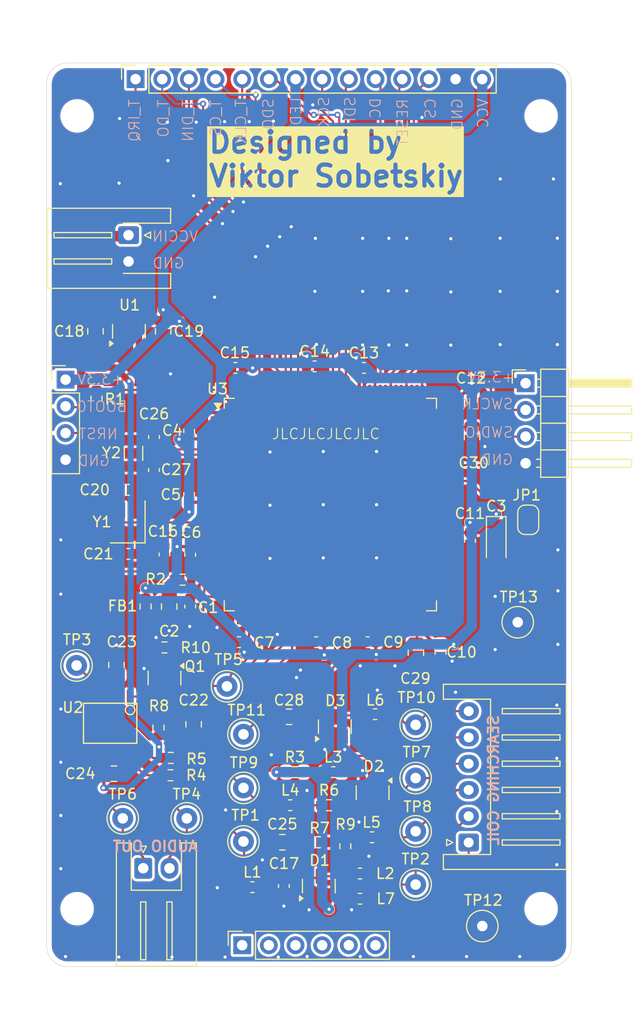
<source format=kicad_pcb>
(kicad_pcb (version 20240108) (generator "pcbnew") (generator_version "8.0")
  (layers (0 "F.Cu" signal) (1 "In1.Cu" power "GND_L2") (2 "In2.Cu" power "GND_L3") (31 "B.Cu" signal) (34 "B.Paste" user) (35 "F.Paste" user) (36 "B.SilkS" user "B.Silkscreen") (37 "F.SilkS" user "F.Silkscreen") (38 "B.Mask" user) (39 "F.Mask" user) (44 "Edge.Cuts" user))
  (net 0 "")
  (net 1 "VDDA")
  (net 2 "GND")
  (net 3 "+3.3V")
  (net 4 "NRST")
  (net 5 "Net-(C17-Pad1)")
  (net 6 "VCCIN")
  (net 7 "Net-(U3-PH0)")
  (net 8 "Net-(U3-PH1)")
  (net 9 "DAC1_OUT1")
  (net 10 "Net-(C22-Pad1)")
  (net 11 "Net-(U2-+IN)")
  (net 12 "Net-(C25-Pad1)")
  (net 13 "Net-(U3-PC14)")
  (net 14 "Net-(U3-PC15)")
  (net 15 "ADC1_INP2")
  (net 16 "Net-(C28-Pad1)")
  (net 17 "Net-(C29-Pad1)")
  (net 18 "Net-(C30-Pad1)")
  (net 19 "COIL_DAT")
  (net 20 "XPT2046_CS")
  (net 21 "SPI3_MISO")
  (net 22 "ILI9341_DC")
  (net 23 "SPI1_MOSI")
  (net 24 "ILI9341_CS")
  (net 25 "SPI1_MISO")
  (net 26 "SPI1_SCK")
  (net 27 "ILI9341_RESET")
  (net 28 "SPI3_MOSI")
  (net 29 "XPT2046_IRQ")
  (net 30 "SPI3_CLK")
  (net 31 "ADC2_INP2")
  (net 32 "RX_COIL_ADC")
  (net 33 "AUDIO_OUT1")
  (net 34 "AUDIO_OUT2")
  (net 39 "BOOT0")
  (net 40 "SWDIO")
  (net 41 "SWCLK")
  (net 42 "Net-(JP1-B)")
  (net 43 "Net-(L3-Pad1)")
  (net 44 "RX_COIL_3.3V")
  (net 45 "Net-(L4-Pad2)")
  (net 46 "Net-(L5-Pad2)")
  (net 47 "AMP_SD_CNTRL")
  (net 48 "AMP_SD")
  (net 49 "Net-(U3-BOOT0)")
  (net 50 "Net-(U3-VREF+)")
  (net 51 "Net-(U2--IN)")
  (net 143 "TX_COIL_ADC")
  (net 144 "COIL_GND")
  (net 145 "TX_COIL_DAC")
  (net 146 "DAC1_OUT2")
  (net 147 "PF12")
  (footprint "Jumper:SolderJumper-2_P1.3mm_Open_RoundedPad1.0x1.5mm" (layer "F.Cu") (at 219.175 98.8375 90)
    (property "Reference" "JP1")
    (property "Value" "SolderJumper_2_Open")
  )
  (footprint "Package_TO_SOT_SMD:SOT-23" (layer "F.Cu") (at 204.35 124.81 -90)
    (property "Reference" "D2")
    (property "Value" "MMBD7000")
  )
  (footprint "MountingHole:MountingHole_2.7mm_M2.5_ISO7380" (layer "F.Cu") (at 176.2 135.85)
    (property "Reference" "H2" (hide yes))
    (property "Value" "MountingHole")
  )
  (footprint "Connector_PinHeader_2.54mm:PinHeader_1x04_P2.54mm_Vertical" (layer "F.Cu") (at 175.1 85.5)
    (property "Reference" "J6" (hide yes))
    (property "Value" "Conn_01x04_Pin")
  )
  (footprint "Capacitor_SMD:C_0603_1608Metric" (layer "F.Cu") (at 198.825 84.2375)
    (property "Reference" "C14")
    (property "Value" "100nF")
  )
  (footprint "Capacitor_SMD:C_0603_1608Metric" (layer "F.Cu") (at 213.825 87.5125 -90)
    (property "Reference" "C12")
    (property "Value" "100nF")
  )
  (footprint "Capacitor_SMD:C_0603_1608Metric" (layer "F.Cu") (at 213.625 100.8375 -90)
    (property "Reference" "C11")
    (property "Value" "100nF")
  )
  (footprint "lib:SOIC8" (layer "F.Cu") (at 179.35 118.2 180)
    (property "Reference" "U2")
    (property "Value" "8002")
  )
  (footprint "Capacitor_SMD:C_0603_1608Metric" (layer "F.Cu") (at 186.975 102.1625 -90)
    (property "Reference" "C6")
    (property "Value" "100nF")
  )
  (footprint "Package_TO_SOT_SMD:SOT-23" (layer "F.Cu") (at 199.225 133.7 90)
    (property "Reference" "D1")
    (property "Value" "MMBD7000")
  )
  (footprint "Resistor_SMD:R_0603_1608Metric" (layer "F.Cu") (at 183.95 118.6 -90)
    (property "Reference" "R8")
    (property "Value" "47K")
  )
  (footprint "Resistor_SMD:R_0603_1608Metric" (layer "F.Cu") (at 182.725 107.0875 90)
    (property "Reference" "FB1")
    (property "Value" "600R_100MHz")
  )
  (footprint "Resistor_SMD:R_0603_1608Metric" (layer "F.Cu") (at 196.95 122.85)
    (property "Reference" "R3")
    (property "Value" "100R")
  )
  (footprint "TestPoint:TestPoint_Loop_D1.80mm_Drill1.0mm_Beaded" (layer "F.Cu") (at 176.15 112.7)
    (property "Reference" "TP3")
    (property "Value" "TestPoint")
  )
  (footprint "Package_QFP:LQFP-144_20x20mm_P0.5mm" (layer "F.Cu") (at 200.325 97.3875)
    (property "Reference" "U3")
    (property "Value" "STM32H723ZGTx")
  )
  (footprint "Capacitor_SMD:C_0805_2012Metric" (layer "F.Cu") (at 213.825 90.9625 -90)
    (property "Reference" "C30")
    (property "Value" "2.2uF")
  )
  (footprint "Capacitor_SMD:C_0805_2012Metric" (layer "F.Cu") (at 187.3 118.3 90)
    (property "Reference" "C22")
    (property "Value" "1uF")
  )
  (footprint "Resistor_SMD:R_0603_1608Metric" (layer "F.Cu") (at 186.25 104.5375)
    (property "Reference" "R2")
    (property "Value" "100R")
  )
  (footprint "TestPoint:TestPoint_Loop_D1.80mm_Drill1.0mm_Beaded" (layer "F.Cu") (at 218.175 108.5875)
    (property "Reference" "TP13")
    (property "Value" "TestPoint")
  )
  (footprint "TestPoint:TestPoint_Loop_D1.80mm_Drill1.0mm_Beaded" (layer "F.Cu") (at 190.475 114.6875)
    (property "Reference" "TP5")
    (property "Value" "TestPoint")
  )
  (footprint "TestPoint:TestPoint_Loop_D1.80mm_Drill1.0mm_Beaded" (layer "F.Cu") (at 192.05 129.45)
    (property "Reference" "TP1")
    (property "Value" "TestPoint")
  )
  (footprint "Capacitor_SMD:C_0805_2012Metric" (layer "F.Cu") (at 208.475 111.4875 -90)
    (property "Reference" "C29")
    (property "Value" "2.2uF")
  )
  (footprint "Resistor_SMD:R_0603_1608Metric" (layer "F.Cu") (at 184.525 110.9875)
    (property "Reference" "R10")
    (property "Value" "47K")
  )
  (footprint "TestPoint:TestPoint_Loop_D1.80mm_Drill1.0mm_Beaded" (layer "F.Cu") (at 192.05 124.35)
    (property "Reference" "TP9")
    (property "Value" "TestPoint")
  )
  (footprint "Inductor_SMD:L_0603_1608Metric" (layer "F.Cu") (at 200.6 122.85)
    (property "Reference" "L3")
    (property "Value" "15uH")
  )
  (footprint "Inductor_SMD:L_0603_1608Metric" (layer "F.Cu") (at 203.15 132.5)
    (property "Reference" "L2")
    (property "Value" "15uH")
  )
  (footprint "Connector_PinHeader_2.54mm:PinHeader_1x04_P2.54mm_Horizontal" (layer "F.Cu") (at 218.925 85.8375)
    (property "Reference" "J7" (hide yes))
    (property "Value" "Conn_01x04_Pin")
  )
  (footprint "Inductor_SMD:L_0603_1608Metric" (layer "F.Cu") (at 204.5875 117.3375 180)
    (property "Reference" "L6")
    (property "Value" "15uH")
  )
  (footprint "Capacitor_Tantalum_SMD:CP_EIA-3216-18_Kemet-A" (layer "F.Cu") (at 216.125 100.8375 -90)
    (property "Reference" "C3")
    (property "Value" "4.7uF")
  )
  (footprint "Capacitor_SMD:C_0603_1608Metric" (layer "F.Cu") (at 186.975 107.0875 -90)
    (property "Reference" "C1")
    (property "Value" "100nF")
  )
  (footprint "Resistor_SMD:R_0603_1608Metric" (layer "F.Cu") (at 200.2 126)
    (property "Reference" "R6")
    (property "Value" "100R")
  )
  (footprint "Connector_JST:JST_XH_S2B-XH-A_1x02_P2.50mm_Horizontal" (layer "F.Cu") (at 182.5 132)
    (property "Reference" "J4" (hide yes))
    (property "Value" "Conn_01x02_Socket")
  )
  (footprint "Package_TO_SOT_SMD:SOT-23" (layer "F.Cu") (at 181.1375 80.9 90)
    (property "Reference" "U1")
    (property "Value" "MCP1700x-330xxTT")
  )
  (footprint "Crystal:Crystal_SMD_3225-4Pin_3.2x2.5mm" (layer "F.Cu") (at 181.025 99.0375 90)
    (property "Reference" "Y1")
    (property "Value" "Crystal_GND24")
  )
  (footprint "Resistor_SMD:R_0603_1608Metric" (layer "F.Cu") (at 185.1 123.15 180)
    (property "Reference" "R4")
    (property "Value" "47K")
  )
  (footprint "Capacitor_SMD:C_0805_2012Metric" (layer "F.Cu") (at 177.95 80.9 90)
    (property "Reference" "C18")
    (property "Value" "1uF")
  )
  (footprint "Capacitor_SMD:C_0603_1608Metric" (layer "F.Cu") (at 191.275 84.3875 180)
    (property "Reference" "C15")
    (property "Value" "100nF")
  )
  (footprint "Inductor_SMD:L_0603_1608Metric" (layer "F.Cu") (at 192.9 133.8)
    (property "Reference" "L1")
    (property "Value" "15uH")
  )
  (footprint "Capacitor_SMD:C_0603_1608Metric" (layer "F.Cu") (at 198.975 110.4875 180)
    (property "Reference" "C8")
    (property "Value" "100nF")
  )
  (footprint "MountingHole:MountingHole_2.7mm_M2.5_ISO7380" (layer "F.Cu") (at 220.4 135.85)
    (property "Reference" "H3" (hide yes))
    (property "Value" "MountingHole")
  )
  (footprint "TestPoint:TestPoint_Loop_D1.80mm_Drill1.0mm_Beaded" (layer "F.Cu") (at 180.55 127.25 -90)
    (property "Reference" "TP6")
    (property "Value" "TestPoint")
  )
  (footprint "Connector_PinSocket_2.54mm:PinSocket_1x14_P2.54mm_Vertical" (layer "F.Cu") (at 181.77 56.9 90)
    (property "Reference" "J1" (hide yes))
    (property "Value" "Conn_01x14_Socket")
  )
  (footprint "Connector_JST:JST_XH_S6B-XH-A_1x06_P2.50mm_Horizontal" (layer "F.Cu") (at 213.5 129.55 90)
    (property "Reference" "J3" (hide yes))
    (property "Value" "Conn_01x06_Socket")
  )
  (footprint "Inductor_SMD:L_0603_1608Metric" (layer "F.Cu") (at 196.5 126)
    (property "Reference" "L4")
    (property "Value" "15uH")
  )
  (footprint "Capacitor_SMD:C_0805_2012Metric" (layer "F.Cu") (at 184.4 80.9 90)
    (property "Reference" "C19")
    (property "Value" "1uF")
  )
  (footprint "Resistor_SMD:R_0603_1608Metric" (layer "F.Cu") (at 185.125 121.5 180)
    (property "Reference" "R5")
    (property "Value" "10K")
  )
  (footprint "Capacitor_SMD:C_0603_1608Metric" (layer "F.Cu") (at 191.625 110.4875 180)
    (property "Reference" "C7")
    (property "Value" "100nF")
  )
  (footprint "Capacitor_SMD:C_0603_1608Metric" (layer "F.Cu") (at 184.525 102.1375 -90)
    (property "Reference" "C16")
    (property "Value" "100nF")
  )
  (footprint "Package_TO_SOT_SMD:SOT-23" (layer "F.Cu") (at 200.75 118.5275 90)
    (property "Reference" "D3")
    (property "Value" "MMBD7000")
  )
  (footprint "Capacitor_SMD:C_0603_1608Metric" (layer "F.Cu") (at 181.075 102.0875)
    (property "Reference" "C21")
    (property "Value" "12pF")
  )
  (footprint "Inductor_SMD:L_0603_1608Metric" (layer "F.Cu") (at 203.15 134.9 180)
    (property "Reference" "L7")
    (property "Value" "15uH")
  )
  (footprint "Resistor_SMD:R_0603_1608Metric" (layer "F.Cu") (at 199.15 129.525 180)
    (property "Reference" "R7")
    (property "Value" "100R")
  )
  (footprint "TestPoint:TestPoint_Loop_D1.80mm_Drill1.0mm_Beaded" (layer "F.Cu") (at 214.8 137.5)
    (property "Reference" "TP12")
    (property "Value" "TestPoint")
  )
  (footprint "Capacitor_SMD:C_0805_2012Metric" (layer "F.Cu") (at 179.95 112.65 90)
    (property "Reference" "C23")
    (property "Value" "1uF")
  )
  (footprint "Connector_JST:JST_XH_S2B-XH-A-1_1x02_P2.50mm_Horizontal" (layer "F.Cu") (at 181.1 71.75 -90)
    (property "Reference" "J2" (hide yes))
    (property "Value" "Conn_01x02_Socket")
  )
  (footprint "Resistor_SMD:R_0603_1608Metric" (layer "F.Cu") (at 201.75 129.9 90)
    (property "Reference" "R9")
    (property "Value" "2.2R")
  )
  (footprint "Inductor_SMD:L_0603_1608Metric" (layer "F.Cu") (at 204.3 129.05 180)
    (property "Reference" "L5")
    (property "Value" "15uH")
  )
  (footprint "Capacitor_SMD:C_0603_1608Metric" (layer "F.Cu") (at 186.875 90.3875 90)
    (property "Reference" "C4")
    (property "Value" "100nF")
  )
  (footprint "Capacitor_SMD:C_0805_2012Metric" (layer "F.Cu") (at 196.3875 117.5875 180)
    (property "Reference" "C28")
    (property "Value" "1uF")
  )
  (footprint "MountingHole:MountingHole_2.7mm_M2.5_ISO7380" (layer "F.Cu") (at 176.2 60.4)
    (property "Reference" "H4" (hide yes))
    (property "Value" "MountingHole")
  )
  (footprint "Capacitor_SMD:C_0603_1608Metric" (layer "F.Cu") (at 183.525 90.9625 -90)
    (property "Reference" "C26")
    (property "Value" "12pF")
  )
  (footprint "Capacitor_SMD:C_0805_2012Metric" (layer "F.Cu") (at 195.75 129.525 180)
    (property "Reference" "C25")
    (property "Value" "1uF")
  )
  (footprint "Capacitor_SMD:C_0603_1608Metric" (layer "F.Cu") (at 203.875 110.4875 180)
    (property "Reference" "C9")
    (property "Value" "100nF")
  )
  (footprint "Crystal:Crystal_SMD_3215-2Pin_3.2x1.5mm" (layer "F.Cu") (at 181.575 92.5125 90)
    (property "Reference" "Y2")
    (property "Value" "32.768kHz")
  )
  (footprint "Capacitor_SMD:C_0805_2012Metric" (layer "F.Cu") (at 179.7 123 180)
    (property "Reference" "C24")
    (property "Value" "1uF")
  )
  (footprint "TestPoint:TestPoint_Loop_D1.80mm_Drill1.0mm_Beaded" (layer "F.Cu") (at 208.45 128.483332)
    (property "Reference" "TP8")
    (property "Value" "TestPoint")
  )
  (footprint "TestPoint:TestPoint_Loop_D1.80mm_Drill1.0mm_Beaded" (layer "F.Cu") (at 208.45 118.35)
    (property "Reference" "TP10")
    (property "Value" "TestPoint")
  )
  (footprint "Capacitor_SMD:C_0603_1608Metric" (layer "F.Cu") (at 186.875 96.3875 90)
    (property "Reference" "C5")
    (property "Value" "100nF")
  )
  (footprint "Capacitor_SMD:C_0805_2012Metric" (layer "F.Cu") (at 184.975 107.0875 -90)
    (property "Reference" "C2")
    (property "Value" "1uF")
  )
  (footprint "TestPoint:TestPoint_Loop_D1.80mm_Drill1.0mm_Beaded" (layer "F.Cu") (at 208.45 133.55)
    (property "Reference" "TP2")
    (property "Value" "TestPoint")
  )
  (footprint "Connector_PinSocket_2.54mm:PinSocket_1x06_P2.54mm_Vertical" (layer "F.Cu") (at 191.925 139.325 90)
    (property "Reference" "J5" (hide yes))
    (property "Value" "Conn_01x04_Socket")
  )
  (footprint "Capacitor_SMD:C_0603_1608Metric" (layer "F.Cu") (at 203.525 84.3875)
    (property "Reference" "C13")
    (property "Value" "100nF")
  )
  (footprint "TestPoint:TestPoint_Loop_D1.80mm_Drill1.0mm_Beaded" (layer "F.Cu") (at 186.65 127.25 -90)
    (property "Reference" "TP4")
    (property "Value" "TestPoint")
  )
  (footprint "Capacitor_SMD:C_0603_1608Metric" (layer "F.Cu") (at 195.9 133.7 -90)
    (property "Reference" "C17")
    (property "Value" "47nF")
  )
  (footprint "TestPoint:TestPoint_Loop_D1.80mm_Drill1.0mm_Beaded" (layer "F.Cu") (at 208.45 123.416666)
    (property "Reference" "TP7")
    (property "Value" "TestPoint")
  )
  (footprint "Capacitor_SMD:C_0603_1608Metric" (layer "F.Cu") (at 183.525 94.1125 90)
    (property "Reference" "C27")
    (property "Value" "12pF")
  )
  (footprint "MountingHole:MountingHole_2.7mm_M2.5_ISO7380" (layer "F.Cu") (at 220.4 60.4)
    (property "Reference" "H1" (hide yes))
    (property "Value" "MountingHole")
  )
  (footprint "Capacitor_SMD:C_0603_1608Metric" (layer "F.Cu") (at 210.825 111.4875 -90)
    (property "Reference" "C10")
    (property "Value" "100nF")
  )
  (footprint "TestPoint:TestPoint_Loop_D1.80mm_Drill1.0mm_Beaded" (layer "F.Cu") (at 192.05 119.25)
    (property "Reference" "TP11")
    (property "Value" "TestPoint")
  )
  (footprint "Resistor_SMD:R_0603_1608Metric" (layer "F.Cu") (at 178.05 87.3 90)
    (property "Reference" "R1")
    (property "Value" "10K")
  )
  (footprint "Package_TO_SOT_SMD:SOT-23" (layer "F.Cu") (at 184.525 113.9 -90)
    (property "Reference" "Q1")
    (property "Value" "AO3402")
  )
  (footprint "Capacitor_SMD:C_0603_1608Metric" (layer "F.Cu") (at 181.025 95.9875 180)
    (property "Reference" "C20")
    (property "Value" "12pF")
  )
  (gr_arc (start 223.29 139.36) (mid 222.704214 140.774214) (end 221.29 141.36) (stroke (width 0.05)) (layer "Edge.Cuts"))
  (gr_line (start 221.29 141.36) (end 175.29 141.36) (stroke (width 0.05)) (layer "Edge.Cuts"))
  (gr_arc (start 221.29 55.36) (mid 222.704214 55.945786) (end 223.29 57.36) (stroke (width 0.05)) (layer "Edge.Cuts"))
  (gr_line (start 173.29 139.36) (end 173.29 57.36) (stroke (width 0.05)) (layer "Edge.Cuts"))
  (gr_line (start 175.29 55.36) (end 221.29 55.36) (stroke (width 0.05)) (layer "Edge.Cuts"))
  (gr_arc (start 175.29 141.36) (mid 173.875786 140.774214) (end 173.29 139.36) (stroke (width 0.05)) (layer "Edge.Cuts"))
  (gr_line (start 223.29 57.36) (end 223.29 139.36) (stroke (width 0.05)) (layer "Edge.Cuts"))
  (gr_arc (start 173.29 57.36) (mid 173.875786 55.945786) (end 175.29 55.36) (stroke (width 0.05)) (layer "Edge.Cuts"))
  (gr_text "SDO" (at 195 58.65 90) (layer "B.SilkS") (effects (font (size 1 1) (thickness 0.1)) (justify left bottom mirror)))
  (gr_text "AUDIO OUT" (at 187.8 130.5 0) (layer "B.SilkS") (effects (font (size 1 1) (thickness 0.2) (bold yes)) (justify left bottom mirror)))
  (gr_text "T_DIN" (at 187.35 58.75 90) (layer "B.SilkS") (effects (font (size 1 1) (thickness 0.1)) (justify left bottom mirror)))
  (gr_text "GND" (at 179.4 93.8 0) (layer "B.SilkS") (effects (font (size 1 1) (thickness 0.1)) (justify left bottom mirror)))
  (gr_text "BOOT0" (at 181.05 88.65 0) (layer "B.SilkS") (effects (font (size 1 1) (thickness 0.1)) (justify left bottom mirror)))
  (gr_text "SCK" (at 200.3 58.5 90) (layer "B.SilkS") (effects (font (size 1 1) (thickness 0.1)) (justify left bottom mirror)))
  (gr_text "T_CLK" (at 192.4 58.75 90) (layer "B.SilkS") (effects (font (size 1 1) (thickness 0.1)) (justify left bottom mirror)))
  (gr_text "VCCIN" (at 187.8 72.45 0) (layer "B.SilkS") (effects (font (size 1 1) (thickness 0.1)) (justify left bottom mirror)))
  (gr_text "+3.3V" (at 180.75 86.05 0) (layer "B.SilkS") (effects (font (size 1 1) (thickness 0.1)) (justify left bottom mirror)))
  (gr_text "DC" (at 205.2 58.6 90) (layer "B.SilkS") (effects (font (size 1 1) (thickness 0.1)) (justify left bottom mirror)))
  (gr_text "SEARCHING COIL" (at 216.45 117.3 90) (layer "B.SilkS") (effects (font (size 1 1) (thickness 0.2) (bold yes)) (justify left bottom mirror)))
  (gr_text "T_DO" (at 185 58.8 90) (layer "B.SilkS") (effects (font (size 1 1) (thickness 0.1)) (justify left bottom mirror)))
  (gr_text "GND" (at 217.8 93.7 0) (layer "B.SilkS") (effects (font (size 1 1) (thickness 0.1)) (justify left bottom mirror)))
  (gr_text "SWDIO" (at 217.8 91.1 0) (layer "B.SilkS") (effects (font (size 1 1) (thickness 0.1)) (justify left bottom mirror)))
  (gr_text "T_IRQ" (at 182.25 58.75 90) (layer "B.SilkS") (effects (font (size 1 1) (thickness 0.1)) (justify left bottom mirror)))
  (gr_text "GND" (at 213 58.65 90) (layer "B.SilkS") (effects (font (size 1 1) (thickness 0.1)) (justify left bottom mirror)))
  (gr_text "SWCLK" (at 217.8 88.4 0) (layer "B.SilkS") (effects (font (size 1 1) (thickness 0.1)) (justify left bottom mirror)))
  (gr_text "+3.3V" (at 217.95 85.85 0) (layer "B.SilkS") (effects (font (size 1 1) (thickness 0.1)) (justify left bottom mirror)))
  (gr_text "NRST" (at 180.15 91.25 0) (layer "B.SilkS") (effects (font (size 1 1) (thickness 0.1)) (justify left bottom mirror)))
  (gr_text "RESET" (at 207.8 58.7 90) (layer "B.SilkS") (effects (font (size 1 1) (thickness 0.1)) (justify left bottom mirror)))
  (gr_text "SDI" (at 202.8 58.5 90) (layer "B.SilkS") (effects (font (size 1 1) (thickness 0.1)) (justify left bottom mirror)))
  (gr_text "LED" (at 197.65 58.55 90) (layer "B.SilkS") (effects (font (size 1 1) (thickness 0.1)) (justify left bottom mirror)))
  (gr_text "CS" (at 210.45 58.65 90) (layer "B.SilkS") (effects (font (size 1 1) (thickness 0.1)) (justify left bottom mirror)))
  (gr_text "VCC" (at 215.45 58.65 90) (layer "B.SilkS") (effects (font (size 1 1) (thickness 0.1)) (justify left bottom mirror)))
  (gr_text "T_CS" (at 190 58.8 90) (layer "B.SilkS") (effects (font (size 1 1) (thickness 0.1)) (justify left bottom mirror)))
  (gr_text "GND" (at 186.5 75 0) (layer "B.SilkS") (effects (font (size 1 1) (thickness 0.1)) (justify left bottom mirror)))
  (gr_text "Designed by\nViktor Sobetskiy" (at 188.55 67.3 0) (layer "F.SilkS" knockout) (effects (font (size 2 2) (thickness 0.4) (bold yes)) (justify left bottom)))
  (gr_text "JLCJLCJLCJLC" (at 194.7 91.25 0) (layer "F.SilkS") (effects (font (size 1 1) (thickness 0.1)) (justify left bottom)))
  (segment (start 184.708332 106.2125) (end 187.8 106.2125) (width 0.2) (layer "F.Cu") (net 1))
  (segment (start 184.658332 106.1625) (end 184.708332 106.2125) (width 0.2) (layer "F.Cu") (net 1))
  (segment (start 188.325 105.6875) (end 188.325 104.9375) (width 0.2) (layer "F.Cu") (net 1))
  (segment (start 183.45 107.7625) (end 182.725 107.7625) (width 0.2) (layer "F.Cu") (net 1))
  (segment (start 187.8 106.2125) (end 188.325 105.6875) (width 0.2) (layer "F.Cu") (net 1))
  (segment (start 183.675 107.5375) (end 183.45 107.7625) (width 0.2) (layer "F.Cu") (net 1))
  (segment (start 188.325 104.9375) (end 188.625 104.6375) (width 0.2) (layer "F.Cu") (net 1))
  (segment (start 185.425 104.5375) (end 184.975 104.5375) (width 0.2) (layer "F.Cu") (net 1))
  (segment (start 184.658332 104.854168) (end 184.658332 106.1625) (width 0.2) (layer "F.Cu") (net 1))
  (segment (start 184.05 106.1625) (end 183.675 106.5375) (width 0.2) (layer "F.Cu") (net 1))
  (segment (start 183.675 106.5375) (end 183.675 107.5375) (width 0.2) (layer "F.Cu") (net 1))
  (segment (start 184.975 104.5375) (end 184.658332 104.854168) (width 0.2) (layer "F.Cu") (net 1))
  (segment (start 188.625 104.6375) (end 189.6625 104.6375) (width 0.2) (layer "F.Cu") (net 1))
  (segment (start 184.658332 106.1625) (end 184.05 106.1625) (width 0.2) (layer "F.Cu") (net 1))
  (segment (start 186.975 107.8625) (end 186.975 108.9375) (width 0.3) (layer "F.Cu") (net 2))
  (segment (start 186.95 102.9125) (end 186.975 102.9375) (width 0.2) (layer "F.Cu") (net 2))
  (segment (start 183.7 110.9875) (end 183.7 110.0625) (width 0.3) (layer "F.Cu") (net 2))
  (segment (start 211.975 101.1375) (end 212.45 101.6125) (width 0.3) (layer "F.Cu") (net 2))
  (segment (start 212.375 89.1375) (end 213.225 88.2875) (width 0.3) (layer "F.Cu") (net 2))
  (segment (start 203.575 85.88438) (end 204.12188 85.3375) (width 0.3) (layer "F.Cu") (net 2))
  (segment (start 199.8 119.465) (end 199.8 120.7) (width 0.3) (layer "F.Cu") (net 2))
  (segment (start 183.575 112.9625) (end 182.6 112.9625) (width 0.3) (layer "F.Cu") (net 2))
  (segment (start 189.6625 103.6375) (end 188.625 103.6375) (width 0.3) (layer "F.Cu") (net 2))
  (segment (start 187.925 102.9375) (end 186.975 102.9375) (width 0.3) (layer "F.Cu") (net 2))
  (segment (start 212.45 101.6125) (end 213.625 101.6125) (width 0.3) (layer "F.Cu") (net 2))
  (segment (start 215.002895 91.9125) (end 215.050304 91.865091) (width 0.2) (layer "F.Cu") (net 2))
  (segment (start 190.8 109.7625) (end 190.8 110.3375) (width 0.2) (layer "F.Cu") (net 2))
  (segment (start 183.7 110.0625) (end 183.725 110.0375) (width 0.3) (layer "F.Cu") (net 2))
  (segment (start 179.95 111.75) (end 179.95 110.75) (width 0.3) (layer "F.Cu") (net 2))
  (segment (start 210.9875 101.1375) (end 211.975 101.1375) (width 0.3) (layer "F.Cu") (net 2))
  (segment (start 191.725 109.4375) (end 191.125 109.4375) (width 0.2) (layer "F.Cu") (net 2))
  (segment (start 203.1 109.6625) (end 203.1 110.4875) (width 0.3) (layer "F.Cu") (net 2))
  (segment (start 184.975 108.0375) (end 184.975 109.3875) (width 0.3) (layer "F.Cu") (net 2))
  (segment (start 204.12188 85.3375) (end 204.125 85.3375) (width 0.3) (layer "F.Cu") (net 2))
  (segment (start 214.45 101.6125) (end 215.025 102.1875) (width 0.3) (layer "F.Cu") (net 2))
  (segment (start 198.575 86.725) (end 198.575 85.95509) (width 0.2) (layer "F.Cu") (net 2))
  (segment (start 213.825 91.9125) (end 215.002895 91.9125) (width 0.2) (layer "F.Cu") (net 2))
  (segment (start 213.625 101.6125) (end 214.45 101.6125) (width 0.3) (layer "F.Cu") (net 2))
  (segment (start 213.225 88.2875) (end 213.825 88.2875) (width 0.3) (layer "F.Cu") (net 2))
  (segment (start 198.575 85.95509) (end 198.89259 85.6375) (width 0.2) (layer "F.Cu") (net 2))
  (segment (start 188.625 103.6375) (end 187.925 102.9375) (width 0.3) (layer "F.Cu") (net 2))
  (segment (start 192.075 109.0875) (end 191.725 109.4375) (width 0.2) (layer "F.Cu") (net 2))
  (segment (start 191.125 109.4375) (end 190.8 109.7625) (width 0.2) (layer "F.Cu") (net 2))
  (segment (start 182.6 112.9625) (end 182.575 112.9875) (width 0.3) (layer "F.Cu") (net 2))
  (segment (start 199.6 84.93009) (end 198.89259 85.6375) (width 0.3) (layer "F.Cu") (net 2))
  (segment (start 204.125 85.3375) (end 204.3 85.1625) (width 0.3) (layer "F.Cu") (net 2))
  (segment (start 202.3625 135.9375) (end 202.35 135.95) (width 0.3) (layer "F.Cu") (net 2))
  (segment (start 195.9 134.475) (end 195.9 135.6) (width 0.3) (layer "F.Cu") (net 2))
  (segment (start 188.225 96.1375) (end 189.6625 96.1375) (width 0.3) (layer "F.Cu") (net 2))
  (segment (start 215.025 102.1875) (end 216.125 102.1875) (width 0.3) (layer "F.Cu") (net 2))
  (segment (start 204.3 85.1625) (end 204.3 84.3875) (width 0.3) (layer "F.Cu") (net 2))
  (segment (start 192.075 108.05) (end 192.075 109.0875) (width 0.2) (layer "F.Cu") (net 2))
  (segment (start 198.575 108.05) (end 198.575 109.3375) (width 0.2) (layer "F.Cu") (net 2))
  (segment (start 186.975 108.9375) (end 186.925 108.9875) (width 0.3) (layer "F.Cu") (net 2))
  (segment (start 199.6 84.2375) (end 199.6 84.93009) (width 0.3) (layer "F.Cu") (net 2))
  (segment (start 198.575 109.3375) (end 198.15 109.7625) (width 0.2) (layer "F.Cu") (net 2))
  (segment (start 205.3 123.8725) (end 205.3 122.7) (width 0.3) (layer "F.Cu") (net 2))
  (segment (start 204.275 84.5625) (end 204.1 84.3875) (width 0.2) (layer "F.Cu") (net 2))
  (segment (start 198.15 109.7625) (end 198.15 110.3875) (width 0.2) (layer "F.Cu") (net 2))
  (segment (start 202.3625 134.9) (end 202.3625 135.9375) (width 0.3) (layer "F.Cu") (net 2))
  (segment (start 198.3 134.6375) (end 198.3 135.95) (width 0.3) (layer "F.Cu") (net 2))
  (segment (start 199.675 84.3625) (end 199.55 84.2375) (width 0.2) (layer "F.Cu") (net 2))
  (segment (start 186.875 95.6125) (end 187.7 95.6125) (width 0.3) (layer "F.Cu") (net 2))
  (segment (start 203.575 86.725) (end 203.575 85.88438) (width 0.3) (layer "F.Cu") (net 2))
  (segment (start 203.575 108.05) (end 203.575 109.1875) (width 0.3) (layer "F.Cu") (net 2))
  (segment (start 198.89259 85.6375) (end 198.89259 85.63241) (width 0.2) (layer "F.Cu") (net 2))
  (segment (start 184.55 102.9375) (end 184.525 102.9125) (width 0.2) (layer "F.Cu") (net 2))
  (segment (start 187.7 95.6125) (end 188.225 96.1375) (width 0.3) (layer "F.Cu") (net 2))
  (segment (start 203.575 109.1875) (end 203.1 109.6625) (width 0.3) (layer "F.Cu") (net 2))
  (segment (start 210.9875 89.1375) (end 212.375 89.1375) (width 0.3) (layer "F.Cu") (net 2))
  (via (at 180.2 66.8) (size 0.6) (drill 0.3) (layers "F.Cu" "B.Cu") (net 2))
  (via (at 204.725 97.4) (size 0.6) (drill 0.3) (layers "F.Cu" "B.Cu") (net 2))
  (via (at 199.8 120.7) (size 0.6) (drill 0.3) (layers "F.Cu" "B.Cu") (net 2))
  (via (at 183.725 110.0375) (size 0.6) (drill 0.3) (layers "F.Cu" "B.Cu") (net 2))
  (via (at 189.55 133.85) (size 0.6) (drill 0.3) (layers "F.Cu" "B.Cu") (net 2))
  (via (at 208.2375 140.4) (size 0.6) (drill 0.3) (layers "F.Cu" "B.Cu") (net 2))
  (via (at 182.575 112.9875) (size 0.6) (drill 0.3) (layers "F.Cu" "B.Cu") (net 2))
  (via (at 221.575 66.4) (size 0.6) (drill 0.3) (layers "F.Cu" "B.Cu") (net 2))
  (via (at 203.4 77.1) (size 0.6) (drill 0.3) (layers "F.Cu" "B.Cu") (net 2))
  (via (at 202.35 135.95) (size 0.6) (drill 0.3) (layers "F.Cu" "B.Cu") (net 2))
  (via (at 209.05 60.55) (size 0.6) (drill 0.3) (layers "F.Cu" "B.Cu") (net 2))
  (via (at 203.4 72.05) (size 0.6) (drill 0.3) (layers "F.Cu" "B.Cu") (net 2))
  (via (at 206.475 112.7375) (size 0.6) (drill 0.3) (layers "F.Cu" "B.Cu") (net 2))
  (via (at 204.725 92.3375) (size 0.6) (drill 0.3) (layers "F.Cu" "B.Cu") (net 2))
  (via (at 196.6 70.95) (size 0.6) (drill 0.3) (layers "F.Cu" "B.Cu") (net 2))
  (via (at 221.9 131.6625) (size 0.6) (drill 0.3) (layers "F.Cu" "B.Cu") (net 2))
  (via (at 194.575 97.45) (size 0.6) (drill 0.3) (layers "F.Cu" "B.Cu") (net 2))
  (via (at 174.65 100.75) (size 0.6) (drill 0.3) (layers "F.Cu" "B.Cu") (net 2))
  (via (at 174.65 105.9125) (size 0.6) (drill 0.3) (layers "F.Cu" "B.Cu") (net 2))
  (via (at 194.35 72.8) (size 0.6) (drill 0.3) (layers "F.Cu" "B.Cu") (net 2))
  (via (at 216.5 72.0375) (size 0.6) (drill 0.3) (layers "F.Cu" "B.Cu") (net 2))
  (via (at 221.9 116.475) (size 0.6) (drill 0.3) (layers "F.Cu" "B.Cu") (net 2))
  (via (at 174.65 121.9125) (size 0.6) (drill 0.3) (layers "F.Cu" "B.Cu") (net 2))
  (via (at 190.3 140.45) (size 0.6) (drill 0.3) (layers "F.Cu" "B.Cu") (net 2))
  (via (at 207.6 82.2) (size 0.6) (drill 0.3) (layers "F.Cu" "B.Cu") (net 2))
  (via (at 192.6 60.95) (size 0.6) (drill 0.3) (layers "F.Cu" "B.Cu") (net 2))
  (via (at 216.5125 66.4) (size 0.6) (drill 0.3) (layers "F.Cu" "B.Cu") (net 2))
  (via (at 199.65 102.4625) (size 0.6) (drill 0.3) (layers "F.Cu" "B.Cu") (net 2))
  (via (at 180.175 140.45) (size 0.6) (drill 0.3) (layers "F.Cu" "B.Cu") (net 2))
  (via (at 221.95 77.1) (size 0.6) (drill 0.3) (layers "F.Cu" "B.Cu") (net 2))
  (via (at 195.5 71.9) (size 0.6) (drill 0.3) (layers "F.Cu" "B.Cu") (net 2))
  (via (at 198.3 135.95) (size 0.6) (drill 0.3) (layers "F.Cu" "B.Cu") (net 2))
  (via (at 203.05 127.6) (size 0.6) (drill 0.3) (layers "F.Cu" "B.Cu") (net 2))
  (via (at 185.2375 140.45) (size 0.6) (drill 0.3) (layers "F.Cu" "B.Cu") (net 2))
  (via (at 195.275 109.7375) (size 0.6) (drill 0.3) (layers "F.Cu" "B.Cu") (net 2))
  (via (at 184.8 61) (size 0.6) (drill 0.3) (layers "F.Cu" "B.Cu") (net 2))
  (via (at 216.025 111.1875) (size 0.6) (drill 0.3) (layers "F.Cu" "B.Cu") (net 2))
  (via (at 203.175 140.4) (size 0.6) (drill 0.3) (layers "F.Cu" "B.Cu") (net 2))
  (via (at 215.050304 91.865091) (size 0.6) (drill 0.3) (layers "F.Cu" "B.Cu") (net 2))
  (via (at 174.6 66.85) (size 0.6) (drill 0.3) (layers "F.Cu" "B.Cu") (net 2))
  (via (at 179.95 110.75) (size 0.6) (drill 0.3) (layers "F.Cu" "B.Cu") (net 2))
  (via (at 174.65 132.0375) (size 0.6) (drill 0.3) (layers "F.Cu" "B.Cu") (net 2))
  (via (at 192.05 68.6) (size 0.6) (drill 0.3) (layers "F.Cu" "B.Cu") (net 2))
  (via (at 194.575 92.3875) (size 0.6) (drill 0.3) (layers "F.Cu" "B.Cu") (net 2))
  (via (at 194.9 60.9) (size 0.6) (drill 0.3) (layers "F.Cu" "B.Cu") (net 2))
  (via (at 218.3625 140.4) (size 0.6) (drill 0.3) (layers "F.Cu" "B.Cu") (net 2))
  (via (at 194.7 121.2) (size 0.6) (drill 0.3) (layers "F.Cu" "B.Cu") (net 2))
  (via (at 194.575 102.5125) (size 0.6) (drill 0.3) (layers "F.Cu" "B.Cu") (net 2))
  (via (at 203.175 112.7375) (size 0.6) (drill 0.3) (layers "F.Cu" "B.Cu") (net 2))
  (via (at 174.65 116.85) (size 0.6) (drill 0.3) (layers "F.Cu" "B.Cu") (net 2))
  (via (at 187.3 68) (size 0.6) (drill 0.3) (layers "F.Cu" "B.Cu") (net 2))
  (via (at 222 101.7) (size 0.6) (drill 0.3) (layers "F.Cu" "B.Cu") (net 2))
  (via (at 190.05 70.65) (size 0.6) (drill 0.3) (layers "F.Cu" "B.Cu") (net 2))
  (via (at 184.85 64.65) (size 0.6) (drill 0.3) (layers "F.Cu" "B.Cu") (net 2))
  (via (at 198.1125 140.4) (size 0.6) (drill 0.3) (layers "F.Cu" "B.Cu") (net 2))
  (via (at 221.9 121.5375) (size 0.6) (drill 0.3) (layers "F.Cu" "B.Cu") (net 2))
  (via (at 193.2 73.8) (size 0.6) (drill 0.3) (layers "F.Cu" "B.Cu") (net 2))
  (via (at 213.3 140.4) (size 0.6) (drill 0.3) (layers "F.Cu" "B.Cu") (net 2))
  (via (at 205.9 82.2) (size 0.6) (drill 0.3) (layers "F.Cu" "B.Cu") (net 2))
  (via (at 199.65 97.4) (size 0.6) (drill 0.3) (layers "F.Cu" "B.Cu") (net 2))
  (via (at 190.35 126.45) (size 0.6) (drill 0.3) (layers "F.Cu" "B.Cu") (net 2))
  (via (at 211.925 112.2875) (size 0.6) (drill 0.3) (layers "F.Cu" "B.Cu") (net 2))
  (via (at 204.725 102.4625) (size 0.6) (drill 0.3) (layers "F.Cu" "B.Cu") (net 2))
  (via (at 222 110.7) (size 0.6) (drill 0.3) (layers "F.Cu" "B.Cu") (net 2))
  (via (at 197.475 113.1375) (size 0.6) (drill 0.3) (layers "F.Cu" "B.Cu") (net 2))
  (via (at 195.9 135.6) (size 0.6) (drill 0.3) (layers "F.Cu" "B.Cu") (net 2))
  (via (at 190.25 60.95) (size 0.6) (drill 0.3) (layers "F.Cu" "B.Cu") (net 2))
  (via (at 186.925 108.9875) (size 0.6) (drill 0.3) (layers "F.Cu" "B.Cu") (net 2))
  (via (at 216.5 77.1) (size 0.6) (drill 0.3) (layers "F.Cu" "B.Cu") (net 2))
  (via (at 204.8 115.05) (size 0.6) (drill 0.3) (layers "F.Cu" "B.Cu") (net 2))
  (via (at 189.525 109.0875) (size 0.6) (drill 0.3) (layers "F.Cu" "B.Cu") (net 2))
  (via (at 174.65 126.975) (size 0.6) (drill 0.3) (layers "F.Cu" "B.Cu") (net 2))
  (via (at 193.85 131.2) (size 0.6) (drill 0.3) (layers "F.Cu" "B.Cu") (net 2))
  (via (at 195.3625 140.45) (size 0.6) (drill 0.3) (layers "F.Cu" "B.Cu") (net 2))
  (via (at 212.25 115.25) (size 0.6) (drill 0.3) (layers "F.Cu" "B.Cu") (net 2))
  (via (at 211.8 77.15) (size 0.6) (drill 0.3) (layers "F.Cu" "B.Cu") (net 2))
  (via (at 207.6 77.05) (size 0.6) (drill 0.3) (layers "F.Cu" "B.Cu") (net 2))
  (via (at 185.1 84.95) (size 0.6) (drill 0.3) (layers "F.Cu" "B.Cu") (net 2))
  (via (at 221.95 82.1625) (size 0.6) (drill 0.3) (layers "F.Cu" "B.Cu") (net 2))
  (via (at 222 105.6) (size 0.6) (drill 0.3) (layers "F.Cu" "B.Cu") (net 2))
  (via (at 205.85 77.05) (size 0.6) (drill 0.3) (layers "F.Cu" "B.Cu") (net 2))
  (via (at 198.65 59.35) (size 0.6) (drill 0.3) (layers "F.Cu" "B.Cu") (net 2))
  (via (at 207.6 72.05) (size 0.6) (drill 0.3) (layers "F.Cu" "B.Cu") (net 2))
  (via (at 205.3 122.7) (size 0.6) (drill 0.3) (layers "F.Cu" "B.Cu") (net 2))
  (via (at 198.1 124.6) (size 0.6) (drill 0.3) (layers "F.Cu" "B.Cu") (net 2))
  (via (at 204 130.85) (size 0.6) (drill 0.3) (layers "F.Cu" "B.Cu") (net 2))
  (via (at 216.5 82.1625) (size 0.6) (drill 0.3) (layers "F.Cu" "B.Cu") (net 2))
  (via (at 221.9 126.6) (size 0.6) (drill 0.3) (layers "F.Cu" "B.Cu") (net 2))
  (via (at 184.975 109.3875) (size 0.6) (drill 0.3) (layers "F.Cu" "B.Cu") (net 2))
  (via (at 199.65 92.3375) (size 0.6) (drill 0.3) (layers "F.Cu" "B.Cu") (net 2))
  (via (at 197.1 113.85) (size 0.6) (drill 0.3) (layers "F.Cu" "B.Cu") (net 2))
  (via (at 189.3 77.65) (size 0.6) (drill 0.3) (layers "F.Cu" "B.Cu") (net 2))
  (via (at 211.8 82.2125) (size 0.6) (drill 0.3) (layers "F.Cu" "B.Cu") (net 2))
  (via (at 216.025 106.125) (size 0.6) (drill 0.3) (layers "F.Cu" "B.Cu") (net 2))
  (via (at 198.9 72.05) (size 0.6) (drill 0.3) (layers "F.Cu" "B.Cu") (net 2))
  (via (at 191.05 69.5) (size 0.6) (drill 0.3) (layers "F.Cu" "B.Cu") (net 2))
  (via (at 199 82.15) (size 0.6) (drill 0.3) (layers "F.Cu" "B.Cu") (net 2))
  (via (at 175.1 140.4) (size 0.6) (drill 0.3) (layers "F.Cu" "B.Cu") (net 2))
  (via (at 187.55 61) (size 0.6) (drill 0.3) (layers "F.Cu" "B.Cu") (net 2))
  (via (at 205.9 72.05) (size 0.6) (drill 0.3) (layers "F.Cu" "B.Cu") (net 2))
  (via (at 211.8 72.0875) (size 0.6) (drill 0.3) (layers "F.Cu" "B.Cu") (net 2))
  (via (at 198.85 77.1) (size 0.6) (drill 0.3) (layers "F.Cu" "B.Cu") (net 2))
  (via (at 180.25 60.65) (size 0.6) (drill 0.3) (layers "F.Cu" "B.Cu") (net 2))
  (via (at 221.95 72.0375) (size 0.6) (drill 0.3) (layers "F.Cu" "B.Cu") (net 2))
  (via (at 203.4 82.2) (size 0.6) (drill 0.3) (layers "F.Cu" "B.Cu") (net 2))
  (segment (start 204.65 111.6) (end 204.65 110.4875) (width 0.3) (layer "F.Cu") (net 3))
  (segment (start 214.55 100.0625) (end 215.125 99.4875) (width 0.3) (layer "F.Cu") (net 3))
  (segment (start 198.075 86.725) (end 198.075 85.6375) (width 0.2) (layer "F.Cu") (net 3))
  (segment (start 192.575 110.1125) (end 192.35 110.3375) (width 0.2) (layer "F.Cu") (net 3))
  (segment (start 204.65 109.8125) (end 204.075 109.2375) (width 0.3) (layer "F.Cu") (net 3))
  (segment (start 186.9 91.1375) (end 186.875 91.1125) (width 0.2) (layer "F.Cu") (net 3))
  (segment (start 204.65 110.4875) (end 204.65 109.8125) (width 0.3) (layer "F.Cu") (net 3))
  (segment (start 201.7 119.465) (end 201.7 120.7) (width 0.3) (layer "F.Cu") (net 3))
  (segment (start 191.575 86.725) (end 192.075 86.725) (width 0.2) (layer "F.Cu") (net 3))
  (segment (start 210.9875 100.6375) (end 211.925 100.6375) (width 0.3) (layer "F.Cu") (net 3))
  (segment (start 185.725 101.3875) (end 186.975 101.3875) (width 0.3) (layer "F.Cu") (net 3))
  (segment (start 192.075 86.725) (end 192.075 84.4125) (width 0.3) (layer "F.Cu") (net 3))
  (segment (start 213.8 85.85) (end 213.825 85.875) (width 0.3) (layer "F.Cu") (net 3))
  (segment (start 192.4 110.4875) (end 192.4 111.1625) (width 0.3) (layer "F.Cu") (net 3))
  (segment (start 210.9875 88.6375) (end 211.975 88.6375) (width 0.3) (layer "F.Cu") (net 3))
  (segment (start 198.075 85.6375) (end 198.075 84.3125) (width 0.2) (layer "F.Cu") (net 3))
  (segment (start 202.75 85.4625) (end 202.75 84.3875) (width 0.3) (layer "F.Cu") (net 3))
  (segment (start 204.075 109.2375) (end 204.075 108.05) (width 0.3) (layer "F.Cu") (net 3))
  (segment (start 192.075 84.4125) (end 192.05 84.3875) (width 0.2) (layer "F.Cu") (net 3))
  (segment (start 215.125 99.4875) (end 216.125 99.4875) (width 0.3) (layer "F.Cu") (net 3))
  (segment (start 198.05 84.2375) (end 198.05 83.3125) (width 0.3) (layer "F.Cu") (net 3))
  (segment (start 188.89259 103.1375) (end 188.375 102.61991) (width 0.2) (layer "F.Cu") (net 3))
  (segment (start 212.075 110.6875) (end 210.85 110.6875) (width 0.3) (layer "F.Cu") (net 3))
  (segment (start 203.075 86.725) (end 203.075 85.7875) (width 0.3) (layer "F.Cu") (net 3))
  (segment (start 213.075 86.7375) (end 213.825 86.7375) (width 0.3) (layer "F.Cu") (net 3))
  (segment (start 199.75 111.7) (end 199.75 110.4875) (width 0.3) (layer "F.Cu") (net 3))
  (segment (start 182.0875 80.7125) (end 182.85 79.95) (width 0.6) (layer "F.Cu") (net 3))
  (segment (start 213.825 85.875) (end 213.825 86.7375) (width 0.3) (layer "F.Cu") (net 3))
  (segment (start 198.075 84.3125) (end 198 84.2375) (width 0.2) (layer "F.Cu") (net 3))
  (segment (start 186.875 97.1625) (end 186.875 98.0875) (width 0.3) (layer "F.Cu") (net 3))
  (segment (start 184.4 79.95) (end 184.4 78.85) (width 0.6) (layer "F.Cu") (net 3))
  (segment (start 211.925 100.6375) (end 212.5 100.0625) (width 0.3) (layer "F.Cu") (net 3))
  (segment (start 196.125 122.85) (end 195.2 122.85) (width 0.3) (layer "F.Cu") (net 3))
  (segment (start 188.175 96.6375) (end 189.6625 96.6375) (width 0.3) (layer "F.Cu") (net 3))
  (segment (start 182.85 79.95) (end 184.4 79.95) (width 0.6) (layer "F.Cu") (net 3))
  (segment (start 209.075 109.475) (end 209.075 108.05) (width 0.3) (layer "F.Cu") (net 3))
  (segment (start 199.075 108.05) (end 199.075 108.9875) (width 0.2) (layer "F.Cu") (net 3))
  (segment (start 212.775 87.0375) (end 213.075 86.7375) (width 0.3) (layer "F.Cu") (net 3))
  (segment (start 188.375 102.61991) (end 188.375 102.5375) (width 0.2) (layer "F.Cu") (net 3))
  (segment (start 186.975 101.3875) (end 187.425 101.3875) (width 0.3) (layer "F.Cu") (net 3))
  (segment (start 213.625 100.0625) (end 213.625 99.0875) (width 0.3) (layer "F.Cu") (net 3))
  (segment (start 212.5 100.0625) (end 213.625 100.0625) (width 0.3) (layer "F.Cu") (net 3))
  (segment (start 198.05 84.2375) (end 198.05 85.6125) (width 0.3) (layer "F.Cu") (net 3))
  (segment (start 204.7 111.65) (end 204.65 111.6) (width 0.3) (layer "F.Cu") (net 3))
  (segment (start 216.125 99.4875) (end 219.175 99.4875) (width 0.2) (layer "F.Cu") (net 3))
  (segment (start 203.075 85.7875) (end 202.75 85.4625) (width 0.3) (layer "F.Cu") (net 3))
  (segment (start 199.075 108.9875) (end 199.7 109.6125) (width 0.2) (layer "F.Cu") (net 3))
  (segment (start 186.9 91.1375) (end 186.875 91.1625) (width 0.3) (layer "F.Cu") (net 3))
  (segment (start 182.0875 81.8375) (end 182.0875 80.7125) (width 0.6) (layer "F.Cu") (net 3))
  (segment (start 187.425 101.3875) (end 188.175 102.1375) (width 0.3) (layer "F.Cu") (net 3))
  (segment (start 188.175 102.1375) (end 188.375 102.3375) (width 0.3) (layer "F.Cu") (net 3))
  (segment (start 203.4 123.8725) (end 203.4 122.7) (width 0.3) (layer "F.Cu") (net 3))
  (segment (start 187.65 97.1625) (end 188.175 96.6375) (width 0.3) (layer "F.Cu") (net 3))
  (segment (start 210.3125 110.7125) (end 209.075 109.475) (width 0.3) (layer "F.Cu") (net 3))
  (segment (start 192.4 111.1625) (end 192.125 111.4375) (width 0.3) (layer "F.Cu") (net 3))
  (segment (start 192.925 84.3875) (end 192.05 84.3875) (width 0.3) (layer "F.Cu") (net 3))
  (segment (start 202.75 84.3875) (end 202.75 83.4625) (width 0.3) (layer "F.Cu") (net 3))
  (segment (start 189.6625 91.1375) (end 186.9 91.1375) (width 0.3) (layer "F.Cu") (net 3))
  (segment (start 211.975 88.6375) (end 212.775 87.8375) (width 0.3) (layer "F.Cu") (net 3))
  (segment (start 213.625 100.0625) (end 214.55 100.0625) (width 0.3) (layer "F.Cu") (net 3))
  (segment (start 189.6625 103.1375) (end 188.89259 103.1375) (width 0.2) (layer "F.Cu") (net 3))
  (segment (start 202.675 84.5125) (end 202.55 84.3875) (width 0.2) (layer "F.Cu") (net 3))
  (segment (start 184.4 79.95) (end 185.95 79.95) (width 0.6) (layer "F.Cu") (net 3))
  (segment (start 210.825 110.7125) (end 210.3125 110.7125) (width 0.3) (layer "F.Cu") (net 3))
  (segment (start 200.2 134.6375) (end 200.2 135.9) (width 0.3) (layer "F.Cu") (net 3))
  (segment (start 182.725 106.2625) (end 182.725 105.3375) (width 0.3) (layer "F.Cu") (net 3))
  (segment (start 186.875 97.1625) (end 187.65 97.1625) (width 0.3) (layer "F.Cu") (net 3))
  (segment (start 212.775 87.8375) (end 212.775 87.0375) (width 0.3) (layer "F.Cu") (net 3))
  (segment (start 210.85 110.6875) (end 210.825 110.7125) (width 0.3) (layer "F.Cu") (net 3))
  (segment (start 216.125 98.2875) (end 216.125 99.4875) (width 0.3) (layer "F.Cu") (net 3))
  (segment (start 185.9125 91.1625) (end 186.875 91.1625) (width 0.3) (layer "F.Cu") (net 3))
  (segment (start 199.7 109.6125) (end 199.7 110.3875) (width 0.2) (layer "F.Cu") (net 3))
  (segment (start 192.575 108.05) (end 192.575 110.1125) (width 0.2) (layer "F.Cu") (net 3))
  (segment (start 188.375 102.3375) (end 188.375 102.5375) (width 0.3) (layer "F.Cu") (net 3))
  (via (at 192.925 84.3875) (size 0.6) (drill 0.3) (layers "F.Cu" "B.Cu") (net 3))
  (via (at 195.2 122.85) (size 0.6) (drill 0.3) (layers "F.Cu" "B.Cu") (net 3))
  (via (at 202.775 83.4375) (size 0.6) (drill 0.3) (layers "F.Cu" "B.Cu") (net 3))
  (via (at 213.8 85.85) (size 0.6) (drill 0.3) (layers "F.Cu" "B.Cu") (net 3))
  (via (at 185.95 79.95) (size 0.6) (drill 0.3) (layers "F.Cu" "B.Cu") (net 3))
  (via (at 184.4 78.85) (size 0.6) (drill 0.3) (layers "F.Cu" "B.Cu") (net 3))
  (via (at 203.4 122.7) (size 0.6) (drill 0.3) (layers "F.Cu" "B.Cu") (net 3))
  (via (at 185.725 101.3875) (size 0.6) (drill 0.3) (layers "F.Cu" "B.Cu") (net 3))
  (via (at 204.7 111.65) (size 0.6) (drill 0.3) (layers "F.Cu" "B.Cu") (net 3))
  (via (at 199.75 111.7) (size 0.6) (drill 0.3) (layers "F.Cu" "B.Cu") (net 3))
  (via (at 216.125 98.2875) (size 0.6) (drill 0.3) (layers "F.Cu" "B.Cu") (net 3))
  (via (at 186.875 98.0875) (size 0.6) (drill 0.3) (layers "F.Cu" "B.Cu") (net 3))
  (via (at 201.7 120.7) (size 0.6) (drill 0.3) (layers "F.Cu" "B.Cu") (net 3))
  (via (at 182.725 105.3375) (size 0.6) (drill 0.3) (layers "F.Cu" "B.Cu") (net 3))
  (via (at 212.075 110.6875) (size 0.6) (drill 0.3) (layers "F.Cu" "B.Cu") (net 3))
  (via (at 185.9125 91.1625) (size 0.6) (drill 0.3) (layers "F.Cu" "B.Cu") (net 3))
  (via (at 192.125 111.4375) (size 0.6) (drill 0.3) (layers "F.Cu" "B.Cu") (net 3))
  (via (at 200.2 135.9) (size 0.6) (drill 0.3) (layers "F.Cu" "B.Cu") (net 3))
  (via (at 198.075 83.2875) (size 0.6) (drill 0.3) (layers "F.Cu" "B.Cu") (net 3))
  (via (at 213.625 99.0875) (size 0.6) (drill 0.3) (layers "F.Cu" "B.Cu") (net 3))
  (segment (start 193 83.9) (end 193.5 83.9) (width 1) (layer "B.Cu") (net 3))
  (segment (start 193.5 83.9) (end 194.15 83.9) (width 1) (layer "B.Cu") (net 3))
  (segment (start 197.01 61.34) (end 196.425 61.925) (width 1) (layer "B.Cu") (net 3))
  (segment (start 191.900857 110.049143) (end 192.125 110.273286) (width 1) (layer "B.Cu") (net 3))
  (segment (start 192.3375 110.485786) (end 191.900857 110.049143) (width 1) (layer "B.Cu") (net 3))
  (segment (start 202.275 121.275) (end 202.8 121.8) (width 1) (layer "B.Cu") (net 3))
  (segment (start 200.95 111.65) (end 200.4 111.65) (width 1) (layer "B.Cu") (net 3))
  (segment (start 184.4 73.95) (end 184.4 78.55) (width 1) (layer "B.Cu") (net 3))
  (segment (start 199.55 123.8) (end 199.55 123.75) (width 1) (layer "B.Cu") (net 3))
  (segment (start 185.7 105.3375) (end 184.6 105.3375) (width 1) (layer "B.Cu") (net 3))
  (segment (start 185.7 104.45) (end 185.7 102.05) (width 1) (layer "B.Cu") (net 3))
  (segment (start 201.7 120.7) (end 201.025 121.375) (width 1) (layer "B.Cu") (net 3))
  (segment (start 191.900857 110.049143) (end 187.189214 105.3375) (width 1) (layer "B.Cu") (net 3))
  (segment (start 185.4 79.4) (end 185.95 79.95) (width 1) (layer "B.Cu") (net 3))
  (segment (start 197.01 60.4) (end 197.01 60.56) (width 1) (layer "B.Cu") (net 3))
  (segment (start 184.8125 105.3375) (end 185.7 104.45) (width 1) (layer "B.Cu") (net 3))
  (segment (start 213.3 61.55) (end 214.8 60.05) (width 1) (layer "B.Cu") (net 3))
  (segment (start 213.3 85.35) (end 213.8 85.85) (width 1) (layer "B.Cu") (net 3))
  (segment (start 202.7 111.65) (end 201.6 111.65) (width 1) (layer "B.Cu") (net 3))
  (segment (start 197.35 83.9) (end 197.4625 83.9) (width 1) (layer "B.Cu") (net 3))
  (segment (start 213.8 98.3) (end 216.1125 98.3) (width 1) (layer "B.Cu") (net 3))
  (segment (start 203.25 122.85) (end 203.4 122.7) (width 1) (layer "B.Cu") (net 3))
  (segment (start 201.45 112.8) (end 202.6 111.65) (width 1) (layer "B.Cu") (net 3))
  (segment (start 198.6 83.9) (end 198.6 83.8125) (width 1) (layer "B.Cu") (net 3))
  (segment (start 192.3375 111.65) (end 192.3375 110.485786) (width 1) (layer "B.Cu") (net 3))
  (segment (start 201.45 120.45) (end 201.45 112.8) (width 1) (layer "B.Cu") (net 3))
  (segment (start 179.3 85.5) (end 175.1 85.5) (width 1) (layer "B.Cu") (net 3))
  (segment (start 200.3 122.1) (end 202.5 122.1) (width 1) (layer "B.Cu") (net 3))
  (segment (start 215.4375 97.6) (end 216.125 98.2875) (width 1) (layer "B.Cu") (net 3))
  (segment (start 214.8 56.91) (end 214.79 56.9) (width 1) (layer "B.Cu") (net 3))
  (segment (start 184.975 79.825) (end 185.825 79.825) (width 1) (layer "B.Cu") (net 3))
  (segment (start 213.8 86.6875) (end 214.65 85.8375) (width 1) (layer "B.Cu") (net 3))
  (segment (start 208.0125 110.6875) (end 207.05 111.65) (width 1) (layer "B.Cu") (net 3))
  (segment (start 202.5 122.1) (end 202.8 121.8) (width 1) (layer "B.Cu") (net 3))
  (segment (start 197.01 56.9) (end 197.01 60.4) (width 1) (layer "B.Cu") (net 3))
  (segment (start 213.8 86.65) (end 213.8 86.6875) (width 1) (layer "B.Cu") (net 3))
  (segment (start 207.05 111.65) (end 205.5 111.65) (width 1) (layer "B.Cu") (net 3))
  (segment (start 193.55 111.65) (end 192.3375 111.65) (width 1) (layer "B.Cu") (net 3))
  (segment (start 204.45 85.1125) (end 202.775 83.4375) (width 1) (layer "B.Cu") (net 3))
  (segment (start 203.6 85.35) (end 204.45 85.35) (width 1) (layer "B.Cu") (net 3))
  (segment (start 192.3375 111.65) (end 192.125 111.4375) (width 1) (layer "B.Cu") (net 3))
  (segment (start 200.3 122.1) (end 199.55 122.85) (width 1) (layer "B.Cu") (net 3))
  (segment (start 197.01 60.56) (end 198 61.55) (width 1) (layer "B.Cu") (net 3))
  (segment (start 197.4625 83.9) (end 198.075 83.2875) (width 1) (layer "B.Cu") (net 3))
  (segment (start 201.125 121.275) (end 202.275 121.275) (width 1) (layer "B.Cu") (net 3))
  (segment (start 185.4 79.4) (end 189.9 83.9) (width 1) (layer "B.Cu") (net 3))
  (segment (start 196.425 61.925) (end 184.4 73.95) (width 1) (layer "B.Cu") (net 3))
  (segment (start 184.8 80) (end 184.8 79.25) (width 1) (layer "B.Cu") (net 3))
  (segment (start 191 83.9) (end 192.4375 83.9) (width 1) (layer "B.Cu") (net 3))
  (segment (start 200.4 111.75) (end 201.45 112.8) (width 1) (layer "B.Cu") (net 3))
  (segment (start 213.8 86.8) (end 213.8 97.6) (width 1) (layer "B.Cu") (net 3))
  (segment (start 186.9875 90.0875) (end 189.9 87.175) (width 1) (layer "B.Cu") (net 3))
  (segment (start 184.8 79.25) (end 184.4 78.85) (width 1) (layer "B.Cu") (net 3))
  (segment (start 185.9125 91.1625) (end 186.9875 90.0875) (width 1) (layer "B.Cu") (net 3))
  (segment (start 197.35 83.9) (end 198.6 83.9) (width 1) (layer "B.Cu") (net 3))
  (segment (start 201.45 120.45) (end 201.7 120.7) (width 1) (layer "B.Cu") (net 3))
  (segment (start 197.01 60.4) (end 197.01 61.34) (width 1) (layer "B.Cu") (net 3))
  (segment (start 213.8 108.9625) (end 212.075 110.6875) (width 1) (layer "B.Cu") (net 3))
  (segment (start 200.4 111.65) (end 200.4 111.75) (width 1) (layer "B.Cu") (net 3))
  (segment (start 186.875 92.125) (end 185.9125 91.1625) (width 1) (layer "B.Cu") (net 3))
  (segment (start 200.35 83.9) (end 201.1 83.9) (width 1) (layer "B.Cu") (net 3))
  (segment (start 213.8 100) (end 213.8 108.9625) (width 1) (layer "B.Cu") (net 3))
  (segment (start 200.4 111.65) (end 193.55 111.65) (width 1) (layer "B.Cu") (net 3))
  (segment (start 214.65 85.8375) (end 213.8125 85.8375) (width 1) (layer "B.Cu") (net 3))
  (segment (start 213.8 99.8625) (end 214.75 98.9125) (width 1) (layer "B.Cu") (net 3))
  (segment (start 185.4 79.4) (end 184.8 80) (width 1) (layer "B.Cu") (net 3))
  (segment (start 203.6 85.35) (end 202.3125 84.0625) (width 1) (layer "B.Cu") (net 3))
  (segment (start 201.1 83.9) (end 201.5625 83.4375) (width 1) (layer "B.Cu") (net 3))
  (segment (start 185.7 102.05) (end 185.7 101.4125) (width 1) (layer "B.Cu") (net 3))
  (segment (start 201.1 83.9) (end 201.7 83.9) (width 1) (layer "B.Cu") (net 3))
  (segment (start 205.5 111.65) (end 202.7 111.65) (width 1) (layer "B.Cu") (net 3))
  (segment (start 201.45 120.45) (end 202.275 121.275) (width 1) (layer "B.Cu") (net 3))
  (segment (start 194.15 83.9) (end 197.35 83.9) (width 1) (layer "B.Cu") (net 3))
  (segment (start 184.8 80) (end 179.3 85.5) (width 1) (layer "B.Cu") (net 3))
  (segment (start 186.9875 90.0875) (end 186.875 90.2) (width 1) (layer "B.Cu") (net 3))
  (segment (start 184.8 80) (end 184.975 79.825) (width 1) (layer "B.Cu") (net 3))
  (segment (start 202.6 111.65) (end 202.7 111.65) (width 1) (layer "B.Cu") (net 3))
  (segment (start 185.7 101.4125) (end 185.725 101.3875) (width 1) (layer "B.Cu") (net 3))
  (segment (start 203.15 85.35) (end 203.6 85.35) (width 1) (layer "B.Cu") (net 3))
  (segment (start 201.45 111.8) (end 201.6 111.65) (width 1) (layer "B.Cu") (net 3))
  (segment (start 199.8 111.65) (end 199.75 111.7) (width 1) (layer "B.Cu") (net 3))
  (segment (start 213.8 100) (end 213.8 99.8625) (width 1) (layer "B.Cu") (net 3))
  (segment (start 213.8 98.9125) (end 214.75 98.9125) (width 1) (layer "B.Cu") (net 3))
  (segment (start 193.4125 83.9) (end 193 84.3125) (width 1) (layer "B.Cu") (net 3))
  (segment (start 199.55 122.85) (end 199.55 123.8) (width 1) (layer "B.Cu") (net 3))
  (segment (start 185.7 99.2625) (end 186.875 98.0875) (width 1) (layer "B.Cu") (net 3))
  (segment (start 189.9 83.9) (end 191 83.9) (width 1) (layer "B.Cu") (net 3))
  (segment (start 199.55 123.75) (end 198.65 122.85) (width 1) (layer "B.Cu") (net 3))
  (segment (start 213.8 98.3) (end 213.8 98.9125) (width 1) (layer "B.Cu") (net 3))
  (segment (start 214.75 98.9125) (end 215.5 98.9125) (width 1) (layer "B.Cu") (net 3))
  (segment (start 185.825 79.825) (end 185.95 79.95) (width 1) (layer "B.Cu") (net 3))
  (segment (start 192.4375 83.9) (end 192.925 84.3875) (width 1) (layer "B.Cu") (net 3))
  (segment (start 193 83.9) (end 193 84.3125) (width 1) (layer "B.Cu") (net 3))
  (segment (start 184.6 105.3375) (end 182.725 105.3375) (width 1) (layer "B.Cu") (net 3))
  (segment (start 201.7 83.9) (end 203.15 85.35) (width 1) (layer "B.Cu") (net 3))
  (segment (start 199.55 123.8) (end 200.5 122.85) (width 1) (layer "B.Cu") (net 3))
  (segment (start 187.189214 105.3375) (end 186.5875 105.3375) (width 1) (layer "B.Cu") (net 3))
  (segment (start 190 84.9) (end 191 83.9) (width 1) (layer "B.Cu") (net 3))
  (segment (start 201.025 121.375) (end 200.3 122.1) (width 1) (layer "B.Cu") (net 3))
  (segment (start 198.6 83.8125) (end 198.075 83.2875) (width 1) (layer "B.Cu") (net 3))
  (segment (start 215.5 98.9125) (end 216.125 98.2875) (width 1) (layer "B.Cu") (net 3))
  (segment (start 196.425 61.925) (end 196.8 61.55) (width 1) (layer "B.Cu") (net 3))
  (segment (start 213.8 97.6) (end 215.4375 97.6) (width 1) (layer "B.Cu") (net 3))
  (segment (start 189.9 84.9) (end 190 84.9) (width 1) (layer "B.Cu") (net 3))
  (segment (start 198.65 122.85) (end 195.2 122.85) (width 1) (layer "B.Cu") (net 3))
  (segment (start 202.3125 83.9) (end 202.775 83.4375) (width 1) (layer "B.Cu") (net 3))
  (segment (start 186.875 98.0875) (end 186.875 92.125) (width 1) (layer "B.Cu") (net 3))
  (segment (start 216.1125 98.3) (end 216.125 98.2875) (width 1) (layer "B.Cu") (net 3))
  (segment (start 193.5 83.9) (end 193.4125 83.9) (width 1) (layer "B.Cu") (net 3))
  (segment (start 212.5 85.35) (end 213.8 86.65) (width 1) (layer "B.Cu") (net 3))
  (segment (start 201.5625 83.4375) (end 202.775 83.4375) (width 1) (layer "B.Cu") (net 3))
  (segment (start 198 61.55) (end 213.3 61.55) (width 1) (layer "B.Cu") (net 3))
  (segment (start 184.6 105.3375) (end 184.8125 105.3375) (width 1) (layer "B.Cu") (net 3))
  (segment (start 192.3375 110.485786) (end 192.385786 110.485786) (width 1) (layer "B.Cu") (net 3))
  (segment (start 202.3125 84.0625) (end 202.3125 83.9) (width 1) (layer "B.Cu") (net 3))
  (segment (start 186.875 90.2) (end 186.875 92.125) (width 1) (layer "B.Cu") (net 3))
  (segment (start 199.55 122.85) (end 198.65 122.85) (width 1) (layer "B.Cu") (net 3))
  (segment (start 205.5 111.65) (end 204.7 111.65) (width 1) (layer "B.Cu") (net 3))
  (segment (start 201.7 83.9) (end 202.3125 83.9) (width 1) (layer "B.Cu") (net 3))
  (segment (start 204.45 85.35) (end 204.45 85.1125) (width 1) (layer "B.Cu") (net 3))
  (segment (start 192.385786 110.485786) (end 193.55 111.65) (width 1) (layer "B.Cu") (net 3))
  (segment (start 213.8 85.85) (end 213.8 86.8) (width 1) (layer "B.Cu") (net 3))
  (segment (start 196.8 61.55) (end 198 61.55) (width 1) (layer "B.Cu") (net 3))
  (segment (start 218.925 85.8375) (end 214.65 85.8375) (width 1) (layer "B.Cu") (net 3))
  (segment (start 213.8125 85.8375) (end 213.8 85.85) (width 1) (layer "B.Cu") (net 3))
  (segment (start 189.9 83.9) (end 189.9 84.45) (width 1) (layer "B.Cu") (net 3))
  (segment (start 201.6 111.65) (end 200.95 111.65) (width 1) (layer "B.Cu") (net 3))
  (segment (start 212.5 85.35) (end 213.3 85.35) (width 1) (layer "B.Cu") (net 3))
  (segment (start 212.075 110.6875) (end 208.0125 110.6875) (width 1) (layer "B.Cu") (net 3))
  (segment (start 213.8 97.6) (end 213.8 98.3) (width 1) (layer "B.Cu") (net 3))
  (segment (start 193 84.3125) (end 192.925 84.3875) (width 1) (layer "B.Cu") (net 3))
  (segment (start 204.45 85.35) (end 212.5 85.35) (width 1) (layer "B.Cu") (net 3))
  (segment (start 213.8 98.3) (end 213.8 100) (width 1) (layer "B.Cu") (net 3))
  (segment (start 213.8 98.9125) (end 213.625 99.0875) (width 1) (layer "B.Cu") (net 3))
  (segment (start 200.5 122.85) (end 203.25 122.85) (width 1) (layer "B.Cu") (net 3))
  (segment (start 185.7 105.3375) (end 185.7 104.45) (width 1) (layer "B.Cu") (net 3))
  (segment (start 199.55 135.25) (end 200.2 135.9) (width 1) (layer "B.Cu") (net 3))
  (segment (start 189.9 87.175) (end 189.9 84.45) (width 1) (layer "B.Cu") (net 3))
  (segment (start 200.95 111.65) (end 199.8 111.65) (width 1) (layer "B.Cu") (net 3))
  (segment (start 201.025 121.375) (end 201.125 121.275) (width 1) (layer "B.Cu") (net 3))
  (segment (start 184.4 78.55) (end 184.55 78.55) (width 1) (layer "B.Cu") (net 3))
  (segment (start 184.55 78.55) (end 185.4 79.4) (width 1) (layer "B.Cu") (net 3))
  (segment (start 184.4 78.55) (end 184.4 78.85) (width 1) (layer "B.Cu") (net 3))
  (segment (start 213.8 86.8) (end 213.8 86.6875) (width 1) (layer "B.Cu") (net 3))
  (segment (start 203.4 122.4) (end 203.4 122.7) (width 1) (layer "B.Cu") (net 3))
  (segment (start 199.55 123.8) (end 199.55 135.25) (width 1) (layer "B.Cu") (net 3))
  (segment (start 186.5875 105.3375) (end 185.7 104.45) (width 1) (layer "B.Cu") (net 3))
  (segment (start 201.45 112.8) (end 201.45 111.8) (width 1) (layer "B.Cu") (net 3))
  (segment (start 192.125 110.273286) (end 192.125 111.4375) (width 1) (layer "B.Cu") (net 3))
  (segment (start 199.55 122.85) (end 200.5 122.85) (width 1) (layer "B.Cu") (net 3))
  (segment (start 202.8 121.8) (end 203.4 122.4) (width 1) (layer "B.Cu") (net 3))
  (segment (start 198.6 83.9) (end 200.35 83.9) (width 1) (layer "B.Cu") (net 3))
  (segment (start 189.9 84.45) (end 189.9 84.9) (width 1) (layer "B.Cu") (net 3))
  (segment (start 214.8 60.05) (end 214.8 56.91) (width 1) (layer "B.Cu") (net 3))
  (segment (start 191 83.9) (end 193 83.9) (width 1) (layer "B.Cu") (net 3))
  (segment (start 187.189214 105.3375) (end 185.7 105.3375) (width 1) (layer "B.Cu") (net 3))
  (segment (start 185.7 102.05) (end 185.7 99.2625) (width 1) (layer "B.Cu") (net 3))
  (segment (start 176.73 90.58) (end 175.1 90.58) (width 0.2) (layer "F.Cu") (net 4))
  (segment (start 188.325 100.6375) (end 189.6625 100.6375) (width 0.2) (layer "F.Cu") (net 4))
  (segment (start 183.125 103.1875) (end 182.5625 103.75) (width 0.2) (layer "F.Cu") (net 4))
  (segment (start 184.525 101.3625) (end 184.525 100.8875) (width 0.2) (layer "F.Cu") (net 4))
  (segment (start 183.125 101.9375) (end 183.125 103.1875) (width 0.2) (layer "F.Cu") (net 4))
  (segment (start 184.525 101.3625) (end 183.7 101.3625) (width 0.2) (layer "F.Cu") (net 4))
  (segment (start 184.925 100.4875) (end 188.175 100.4875) (width 0.2) (layer "F.Cu") (net 4))
  (segment (start 178.3 101.55) (end 178.3 92.15) (width 0.2) (layer "F.Cu") (net 4))
  (segment (start 182.5625 103.75) (end 180.5 103.75) (width 0.2) (layer "F.Cu") (net 4))
  (segment (start 178.3 92.15) (end 176.73 90.58) (width 0.2) (layer "F.Cu") (net 4))
  (segment (start 188.175 100.4875) (end 188.325 100.6375) (width 0.2) (layer "F.Cu") (net 4))
  (segment (start 180.5 103.75) (end 178.3 101.55) (width 0.2) (layer "F.Cu") (net 4))
  (segment (start 183.7 101.3625) (end 183.125 101.9375) (width 0.2) (layer "F.Cu") (net 4))
  (segment (start 184.525 100.8875) (end 184.925 100.4875) (width 0.2) (layer "F.Cu") (net 4))
  (segment (start 199.0875 132.925) (end 199.25 132.7625) (width 0.2) (layer "F.Cu") (net 5))
  (segment (start 201.1375 132.7625) (end 201.4 132.5) (width 0.2) (layer "F.Cu") (net 5))
  (segment (start 193.6875 133.8) (end 194.2 133.8) (width 0.2) (layer "F.Cu") (net 5))
  (segment (start 195.9 132.925) (end 199.0875 132.925) (width 0.2) (layer "F.Cu") (net 5))
  (segment (start 199.25 132.7625) (end 201.1375 132.7625) (width 0.2) (layer "F.Cu") (net 5))
  (segment (start 195.075 132.925) (end 195.9 132.925) (width 0.2) (layer "F.Cu") (net 5))
  (segment (start 201.4 132.5) (end 202.3625 132.5) (width 0.2) (layer "F.Cu") (net 5))
  (segment (start 194.2 133.8) (end 195.075 132.925) (width 0.2) (layer "F.Cu") (net 5))
  (segment (start 178.6 123) (end 178.715 122.885) (width 0.2) (layer "F.Cu") (net 6))
  (segment (start 181.15 85.65) (end 179.85 84.35) (width 0.6) (layer "F.Cu") (net 6))
  (segment (start 177.95 73.5) (end 177.95 79.95) (width 1) (layer "F.Cu") (net 6))
  (segment (start 179.6 71.85) (end 177.95 73.5) (width 1) (layer "F.Cu") (net 6))
  (segment (start 179.8 84.35) (end 177.3 84.35) (width 0.6) (layer "F.Cu") (net 6))
  (segment (start 177.3 84.35) (end 175.8 82.85) (width 0.6) (layer "F.Cu") (net 6))
  (segment (start 181.05 71.85) (end 179.6 71.85) (width 1) (layer "F.Cu") (net 6))
  (segment (start 178 79.9) (end 177.95 79.95) (width 0.6) (layer "F.Cu") (net 6))
  (segment (start 175.8 82.85) (end 175.8 80.9) (width 0.6) (layer "F.Cu") (net 6))
  (segment (start 178.715 122.885) (end 178.715 120.74) (width 0.2) (layer "F.Cu") (net 6))
  (segment (start 179.85 84.35) (end 179.8 84.35) (width 0.6) (layer "F.Cu") (net 6))
  (segment (start 183.95 119.125) (end 183.95 120.4) (width 0.3) (layer "F.Cu") (net 6))
  (segment (start 183.95 120.4) (end 184 120.45) (width 0.3) (layer "F.Cu") (net 6))
  (segment (start 175.8 80.9) (end 176.75 79.95) (width 0.6) (layer "F.Cu") (net 6))
  (segment (start 178.75 124.3) (end 178.7 124.35) (width 0.3) (layer "F.Cu") (net 6))
  (segment (start 181.075 79.9) (end 178 79.9) (width 0.6) (layer "F.Cu") (net 6))
  (segment (start 178.75 123) (end 178.75 124.3) (width 0.3) (layer "F.Cu") (net 6))
  (segment (start 176.75 79.95) (end 177.95 79.95) (width 0.6) (layer "F.Cu") (net 6))
  (segment (start 181.1375 79.9625) (end 181.075 79.9) (width 0.6) (layer "F.Cu") (net 6))
  (segment (start 178.0625 79.9625) (end 178.05 79.95) (width 0.6) (layer "F.Cu") (net 6))
  (via (at 181.15 85.65) (size 0.6) (drill 0.3) (layers "F.Cu" "B.Cu") (net 6))
  (via (at 178.7 124.35) (size 0.6) (drill 0.3) (layers "F.Cu" "B.Cu") (net 6))
  (via (at 184 120.45) (size 0.6) (drill 0.3) (layers "F.Cu" "B.Cu") (net 6))
  (segment (start 184 120.15) (end 184 120.45) (width 0.6) (layer "B.Cu") (net 6))
  (segment (start 183.575 119.725) (end 184 120.15) (width 0.6) (layer "B.Cu") (net 6))
  (segment (start 184 120.15) (end 184 121.55) (width 0.6) (layer "B.Cu") (net 6))
  (segment (start 184 121.55) (end 181.2 124.35) (width 0.6) (layer "B.Cu") (net 6))
  (segment (start 181.3 117.45) (end 183.575 119.725) (width 0.6) (layer "B.Cu") (net 6))
  (segment (start 181.3 85.85) (end 181.3 117.45) (width 0.6) (layer "B.Cu") (net 6))
  (segment (start 181.15 85.7) (end 181.3 85.85) (width 0.6) (layer "B.Cu") (net 6))
  (segment (start 181.2 124.35) (end 178.7 124.35) (width 0.6) (layer "B.Cu") (net 6))
  (segment (start 180.25 95.9875) (end 180.25 97.8625) (width 0.2) (layer "F.Cu") (net 7))
  (segment (start 180.725 99.0875) (end 188.075 99.0875) (width 0.2) (layer "F.Cu") (net 7))
  (segment (start 180.375 98.1375) (end 180.375 98.7375) (width 0.2) (layer "F.Cu") (net 7))
  (segment (start 188.075 99.0875) (end 188.625 99.6375) (width 0.2) (layer "F.Cu") (net 7))
  (segment (start 188.625 99.6375) (end 189.6625 99.6375) (width 0.2) (layer "F.Cu") (net 7))
  (segment (start 180.375 98.7375) (end 180.725 99.0875) (width 0.2) (layer "F.Cu") (net 7))
  (segment (start 180.175 97.9375) (end 180.375 98.1375) (width 0.2) (layer "F.Cu") (net 7))
  (segment (start 180.25 97.8625) (end 180.175 97.9375) (width 0.2) (layer "F.Cu") (net 7))
  (segment (start 181.925 100.0875) (end 189.6125 100.0875) (width 0.2) (layer "F.Cu") (net 8))
  (segment (start 181.875 100.1375) (end 181.925 100.0875) (width 0.2) (layer "F.Cu") (net 8))
  (segment (start 189.6125 100.0875) (end 189.6625 100.1375) (width 0.2) (layer "F.Cu") (net 8))
  (segment (start 181.875 100.1375) (end 181.875 102.0125) (width 0.2) (layer "F.Cu") (net 8))
  (segment (start 181.875 102.0125) (end 181.8 102.0875) (width 0.2) (layer "F.Cu") (net 8))
  (segment (start 187.3 117.35) (end 187.3 116.5) (width 0.2) (layer "F.Cu") (net 9))
  (segment (start 190.4375 114.65) (end 190.475 114.6875) (width 0.2) (layer "F.Cu") (net 9))
  (segment (start 193.075 108.9375) (end 193.175 109.0375) (width 0.2) (layer "F.Cu") (net 9))
  (segment (start 187.8625 117.3) (end 187.35 117.3) (width 0.2) (layer "F.Cu") (net 9))
  (segment (start 187.35 117.3) (end 187.3 117.35) (width 0.2) (layer "F.Cu") (net 9))
  (segment (start 193.175 111.2875) (end 190.825 113.6375) (width 0.2) (layer "F.Cu") (net 9))
  (segment (start 193.175 109.0375) (end 193.175 111.2875) (width 0.2) (layer "F.Cu") (net 9))
  (segment (start 189.15 114.65) (end 190.4375 114.65) (width 0.2) (layer "F.Cu") (net 9))
  (segment (start 187.3 116.5) (end 189.15 114.65) (width 0.2) (layer "F.Cu") (net 9))
  (segment (start 193.075 108.05) (end 193.075 108.9375) (width 0.2) (layer "F.Cu") (net 9))
  (segment (start 190.825 113.6375) (end 190.825 114.3375) (width 0.2) (layer "F.Cu") (net 9))
  (segment (start 187.3 119.25) (end 186.4 119.25) (width 0.2) (layer "F.Cu") (net 10))
  (segment (start 185.95 119.7) (end 185.95 121.5) (width 0.2) (layer "F.Cu") (net 10))
  (segment (start 186.4 119.25) (end 185.95 119.7) (width 0.2) (layer "F.Cu") (net 10))
  (segment (start 179.985 113.685) (end 179.95 113.65) (width 0.2) (layer "F.Cu") (net 11))
  (segment (start 178.715 115.66) (end 179.985 115.66) (width 0.2) (layer "F.Cu") (net 11))
  (segment (start 179.985 115.66) (end 179.985 113.685) (width 0.2) (layer "F.Cu") (net 11))
  (segment (start 196.7 129.525) (end 198.4 129.525) (width 0.2) (layer "F.Cu") (net 12))
  (segment (start 181.575 91.2625) (end 182.55 91.2625) (width 0.2) (layer "F.Cu") (net 13))
  (segment (start 183.525 91.7375) (end 184.825 91.7375) (width 0.2) (layer "F.Cu") (net 13))
  (segment (start 183.025 91.7375) (end 183.525 91.7375) (width 0.2) (layer "F.Cu") (net 13))
  (segment (start 185.225 92.1375) (end 189.6625 92.1375) (width 0.2) (layer "F.Cu") (net 13))
  (segment (start 182.55 91.2625) (end 183.025 91.7375) (width 0.2) (layer "F.Cu") (net 13))
  (segment (start 184.825 91.7375) (end 185.225 92.1375) (width 0.2) (layer "F.Cu") (net 13))
  (segment (start 184.575 93.3375) (end 185.275 92.6375) (width 0.2) (layer "F.Cu") (net 14))
  (segment (start 185.275 92.6375) (end 189.6625 92.6375) (width 0.2) (layer "F.Cu") (net 14))
  (segment (start 182.575 93.7625) (end 183 93.3375) (width 0.2) (layer "F.Cu") (net 14))
  (segment (start 183.525 93.3375) (end 184.575 93.3375) (width 0.2) (layer "F.Cu") (net 14))
  (segment (start 181.575 93.7625) (end 182.575 93.7625) (width 0.2) (layer "F.Cu") (net 14))
  (segment (start 183 93.3375) (end 183.525 93.3375) (width 0.2) (layer "F.Cu") (net 14))
  (segment (start 197.575 108.05) (end 197.575 108.9875) (width 0.2) (layer "F.Cu") (net 15))
  (segment (start 193.475 113.0875) (end 193.475 115.3375) (width 0.2) (layer "F.Cu") (net 15))
  (segment (start 189.45 121.75) (end 192.05 124.35) (width 0.2) (layer "F.Cu") (net 15))
  (segment (start 191.15 116.65) (end 189.45 118.35) (width 0.2) (layer "F.Cu") (net 15))
  (segment (start 192.1625 116.65) (end 191.15 116.65) (width 0.2) (layer "F.Cu") (net 15))
  (segment (start 193.475 115.3375) (end 192.1625 116.65) (width 0.2) (layer "F.Cu") (net 15))
  (segment (start 189.45 118.35) (end 189.45 121.75) (width 0.2) (layer "F.Cu") (net 15))
  (segment (start 197.575 108.9875) (end 193.475 113.0875) (width 0.2) (layer "F.Cu") (net 15))
  (segment (start 192.05 124.35) (end 194.8 127.1) (width 0.2) (layer "F.Cu") (net 15))
  (segment (start 194.8 127.1) (end 194.8 129.525) (width 0.2) (layer "F.Cu") (net 15))
  (segment (start 200.89 117.45) (end 203.6875 117.45) (width 0.2) (layer "F.Cu") (net 16))
  (segment (start 200.75 117.59) (end 200.89 117.45) (width 0.2) (layer "F.Cu") (net 16))
  (segment (start 203.6875 117.45) (end 203.8 117.3375) (width 0.2) (layer "F.Cu") (net 16))
  (segment (start 197.3375 117.5875) (end 200.7475 117.5875) (width 0.2) (layer "F.Cu") (net 16))
  (segment (start 200.7475 117.5875) (end 200.75 117.59) (width 0.2) (layer "F.Cu") (net 16))
  (segment (start 208.575 110.4375) (end 208.475 110.5375) (width 0.2) (layer "F.Cu") (net 17))
  (segment (start 208.575 108.05) (end 208.575 110.4375) (width 0.2) (layer "F.Cu") (net 17))
  (segment (start 212.425 89.6375) (end 210.9875 89.6375) (width 0.2) (layer "F.Cu") (net 18))
  (segment (start 212.8 90.0125) (end 212.425 89.6375) (width 0.2) (layer "F.Cu") (net 18))
  (segment (start 213.825 90.0125) (end 212.8 90.0125) (width 0.2) (layer "F.Cu") (net 18))
  (segment (start 211.35 122.05) (end 213.5 122.05) (width 0.2) (layer "F.Cu") (net 19))
  (segment (start 204.0975 126) (end 204.35 125.7475) (width 0.2) (layer "F.Cu") (net 19))
  (segment (start 204.35 125.7475) (end 206.119166 125.7475) (width 0.2) (layer "F.Cu") (net 19))
  (segment (start 209.983334 123.416666) (end 211.35 122.05) (width 0.2) (layer "F.Cu") (net 19))
  (segment (start 201.025 126) (end 204.0975 126) (width 0.2) (layer "F.Cu") (net 19))
  (segment (start 206.119166 125.7475) (end 208.45 123.416666) (width 0.2) (layer "F.Cu") (net 19))
  (segment (start 208.45 123.416666) (end 209.983334 123.416666) (width 0.2) (layer "F.Cu") (net 19))
  (segment (start 197.25 70.7) (end 193.2 66.65) (width 0.2) (layer "F.Cu") (net 20))
  (segment (start 197.25 72.85) (end 197.25 70.7) (width 0.2) (layer "F.Cu") (net 20))
  (segment (start 197.25 84.8125) (end 197.25 72.2) (width 0.2) (layer "F.Cu") (net 20))
  (segment (start 193.2 66.65) (end 193.2 58.4) (width 0.2) (layer "F.Cu") (net 20))
  (segment (start 197.575 85.1375) (end 197.25 84.8125) (width 0.2) (layer "F.Cu") (net 20))
  (segment (start 197.575 86.725) (end 197.575 85.1375) (width 0.2) (layer "F.Cu") (net 20))
  (via (at 193.2 58.4) (size 0.6) (drill 0.3) (layers "F.Cu" "B.Cu") (net 20))
  (segment (start 190.89 58.4) (end 189.39 56.9) (width 0.2) (layer "B.Cu") (net 20))
  (segment (start 193.2 58.4) (end 190.89 58.4) (width 0.2) (layer "B.Cu") (net 20))
  (segment (start 196.075 73.625) (end 188.2 65.75) (width 0.2) (layer "F.Cu") (net 21))
  (segment (start 184.31 56.9) (end 184.31 56.64) (width 0.2) (layer "F.Cu") (net 21))
  (segment (start 188.2 65.75) (end 188.2 59.25) (width 0.2) (layer "F.Cu") (net 21))
  (segment (start 196.575 85.271814) (end 196.075 84.771814) (width 0.2) (layer "F.Cu") (net 21))
  (segment (start 196.575 86.725) (end 196.575 85.271814) (width 0.2) (layer "F.Cu") (net 21))
  (segment (start 188.2 59.25) (end 188.2 59.3) (width 0.2) (layer "F.Cu") (net 21))
  (segment (start 196.075 84.771814) (end 196.075 75.7375) (width 0.2) (layer "F.Cu") (net 21))
  (segment (start 196.075 75.7375) (end 196.075 73.625) (width 0.2) (layer "F.Cu") (net 21))
  (via (at 188.2 59.25) (size 0.6) (drill 0.3) (layers "F.Cu" "B.Cu") (net 21))
  (segment (start 185.55 59.25) (end 184.31 58.01) (width 0.2) (layer "B.Cu") (net 21))
  (segment (start 184.31 58.01) (end 184.31 56.9) (width 0.2) (layer "B.Cu") (net 21))
  (segment (start 188.2 59.25) (end 185.55 59.25) (width 0.2) (layer "B.Cu") (net 21))
  (segment (start 204.575 85.8875) (end 204.575 86.725) (width 0.2) (layer "F.Cu") (net 22))
  (segment (start 205.1 85.3625) (end 204.575 85.8875) (width 0.2) (layer "F.Cu") (net 22))
  (segment (start 204.63 56.9) (end 205.1 57.37) (width 0.2) (layer "F.Cu") (net 22))
  (segment (start 205.1 57.37) (end 205.1 85.3625) (width 0.2) (layer "F.Cu") (net 22))
  (segment (start 202.075 85.3375) (end 201.8 85.0625) (width 0.2) (layer "F.Cu") (net 23))
  (segment (start 202.075 86.725) (end 202.075 85.3375) (width 0.2) (layer "F.Cu") (net 23))
  (segment (start 201.8 85.0625) (end 201.8 58.7225) (width 0.2) (layer "F.Cu") (net 23))
  (segment (start 201.8 57.19) (end 202.09 56.9) (width 0.2) (layer "F.Cu") (net 23))
  (segment (start 201.8 58.7225) (end 201.8 57.19) (width 0.2) (layer "F.Cu") (net 23))
  (segment (start 207.575 86.725) (end 207.575 85.2375) (width 0.2) (layer "F.Cu") (net 24))
  (segment (start 207.575 85.2375) (end 208.275 84.5375) (width 0.2) (layer "F.Cu") (net 24))
  (segment (start 209.9 57.09) (end 209.71 56.9) (width 0.2) (layer "F.Cu") (net 24))
  (segment (start 208.275 84.5375) (end 208.275 58.335) (width 0.2) (layer "F.Cu") (net 24))
  (segment (start 208.275 58.335) (end 209.71 56.9) (width 0.2) (layer "F.Cu") (net 24))
  (segment (start 201.175 85.1375) (end 201.575 85.5375) (width 0.2) (layer "F.Cu") (net 25))
  (segment (start 201.175 60.475) (end 201.175 85.1375) (width 0.2) (layer "F.Cu") (net 25))
  (segment (start 198.75 60.3) (end 198.5 60.3) (width 0.2) (layer "F.Cu") (net 25))
  (segment (start 198.5 60.3) (end 195.1 56.9) (width 0.2) (layer "F.Cu") (net 25))
  (segment (start 195.1 56.9) (end 194.47 56.9) (width 0.2) (layer "F.Cu") (net 25))
  (segment (start 201.575 85.5375) (end 201.575 86.725) (width 0.2) (layer "F.Cu") (net 25))
  (segment (start 201 60.3) (end 201.175 60.475) (width 0.2) (layer "F.Cu") (net 25))
  (via (at 201 60.3) (size 0.6) (drill 0.3) (layers "F.Cu" "B.Cu") (net 25))
  (via (at 198.75 60.3) (size 0.6) (drill 0.3) (layers "F.Cu" "B.Cu") (net 25))
  (segment (start 198.75 60.3) (end 201 60.3) (width 0.2) (layer "B.Cu") (net 25))
  (segment (start 200.575 86.725) (end 200.575 63.0375) (width 0.2) (layer "F.Cu") (net 26))
  (segment (start 200.575 60.925) (end 199.55 59.9) (width 0.2) (layer "F.Cu") (net 26))
  (segment (start 199.55 59.9) (end 199.55 56.9) (width 0.2) (layer "F.Cu") (net 26))
  (segment (start 200.575 63.0375) (end 200.575 60.925) (width 0.2) (layer "F.Cu") (net 26))
  (segment (start 206.075 86.725) (end 206.075 84.9875) (width 0.2) (layer "F.Cu") (net 27))
  (segment (start 206.9 57.17) (end 207.17 56.9) (width 0.2) (layer "F.Cu") (net 27))
  (segment (start 206.9 84.1625) (end 206.9 57.17) (width 0.2) (layer "F.Cu") (net 27))
  (segment (start 206.075 84.9875) (end 206.9 84.1625) (width 0.2) (layer "F.Cu") (net 27))
  (segment (start 186.85 66.4) (end 186.85 56.9) (width 0.2) (layer "F.Cu") (net 28))
  (segment (start 196.075 85.3375) (end 195.025 84.2875) (width 0.2) (layer "F.Cu") (net 28))
  (segment (start 196.075 86.725) (end 196.075 85.3375) (width 0.2) (layer "F.Cu") (net 28))
  (segment (start 195.025 84.2875) (end 195.025 76.6875) (width 0.2) (layer "F.Cu") (net 28))
  (segment (start 195.025 76.6875) (end 195.025 74.575) (width 0.2) (layer "F.Cu") (net 28))
  (segment (start 195.025 74.575) (end 186.85 66.4) (width 0.2) (layer "F.Cu") (net 28))
  (segment (start 193.575 77.4375) (end 193.575 75.325) (width 0.2) (layer "F.Cu") (net 29))
  (segment (start 193.575 75.325) (end 181.77 63.52) (width 0.2) (layer "F.Cu") (net 29))
  (segment (start 181.77 63.52) (end 181.77 56.9) (width 0.2) (layer "F.Cu") (net 29))
  (segment (start 193.575 86.725) (end 193.575 77.4375) (width 0.2) (layer "F.Cu") (net 29))
  (segment (start 197.075 86.725) (end 197.075 85.206128) (width 0.2) (layer "F.Cu") (net 30))
  (segment (start 196.575 74.1375) (end 196.575 72.025) (width 0.2) (layer "F.Cu") (net 30))
  (segment (start 191.93 67.38) (end 191.93 56.9) (width 0.2) (layer "F.Cu") (net 30))
  (segment (start 196.575 72.025) (end 191.93 67.38) (width 0.2) (layer "F.Cu") (net 30))
  (segment (start 197.075 85.206128) (end 196.575 84.706128) (width 0.2) (layer "F.Cu") (net 30))
  (segment (start 196.575 84.706128) (end 196.575 74.1375) (width 0.2) (layer "F.Cu") (net 30))
  (segment (start 200.775 112.7375) (end 200.775 110.01991) (width 0.2) (layer "F.Cu") (net 31))
  (segment (start 198.225 115.2875) (end 200.775 112.7375) (width 0.2) (layer "F.Cu") (net 31))
  (segment (start 192.05 119.25) (end 193.7125 117.5875) (width 0.2) (layer "F.Cu") (net 31))
  (segment (start 195.6625 117.5875) (end 195.4375 117.5875) (width 0.2) (layer "F.Cu") (net 31))
  (segment (start 196.5125 115.2875) (end 198.225 115.2875) (width 0.2) (layer "F.Cu") (net 31))
  (segment (start 199.575 108.81991) (end 199.575 108.05) (width 0.2) (layer "F.Cu") (net 31))
  (segment (start 193.7125 117.5875) (end 195.4375 117.5875) (width 0.2) (layer "F.Cu") (net 31))
  (segment (start 195.4375 116.3625) (end 196.5125 115.2875) (width 0.2) (layer "F.Cu") (net 31))
  (segment (start 195.4375 117.5875) (end 195.4375 116.3625) (width 0.2) (layer "F.Cu") (net 31))
  (segment (start 200.775 110.01991) (end 199.575 108.81991) (width 0.2) (layer "F.Cu") (net 31))
  (segment (start 207.6 118.35) (end 208.45 118.35) (width 0.2) (layer "F.Cu") (net 32))
  (segment (start 209.75 117.05) (end 213.5 117.05) (width 0.2) (layer "F.Cu") (net 32))
  (segment (start 206.5875 117.3375) (end 207.6 118.35) (width 0.2) (layer "F.Cu") (net 32))
  (segment (start 208.45 118.35) (end 209.75 117.05) (width 0.2) (layer "F.Cu") (net 32))
  (segment (start 205.375 117.3375) (end 206.5875 117.3375) (width 0.2) (layer "F.Cu") (net 32))
  (segment (start 182.5 132) (end 182.5 130.95) (width 0.2) (layer "F.Cu") (net 33))
  (segment (start 180.55 127.25) (end 177.445 124.145) (width 0.2) (layer "F.Cu") (net 33))
  (segment (start 180.55 129) (end 180.55 127.25) (width 0.2) (layer "F.Cu") (net 33))
  (segment (start 177.445 124.145) (end 177.445 120.74) (width 0.2) (layer "F.Cu") (net 33))
  (segment (start 182.5 130.95) (end 180.55 129) (width 0.2) (layer "F.Cu") (net 33))
  (segment (start 184.275 124.875) (end 184.275 123.15) (width 0.2) (layer "F.Cu") (net 34))
  (segment (start 185 130.95) (end 186.65 129.3) (width 0.2) (layer "F.Cu") (net 34))
  (segment (start 181.255 121.755) (end 182.65 123.15) (width 0.2) (layer "F.Cu") (net 34))
  (segment (start 182.65 123.15) (end 184.275 123.15) (width 0.2) (layer "F.Cu") (net 34))
  (segment (start 186.65 127.25) (end 184.275 124.875) (width 0.2) (layer "F.Cu") (net 34))
  (segment (start 181.255 120.74) (end 181.255 121.755) (width 0.2) (layer "F.Cu") (net 34))
  (segment (start 186.65 129.3) (end 186.65 127.3) (width 0.2) (layer "F.Cu") (net 34))
  (segment (start 185 132) (end 185 130.95) (width 0.2) (layer "F.Cu") (net 34))
  (segment (start 175.185 88.125) (end 175.1 88.04) (width 0.2) (layer "F.Cu") (net 39))
  (segment (start 178.05 88.125) (end 175.185 88.125) (width 0.2) (layer "F.Cu") (net 39))
  (segment (start 212.975 93.6375) (end 215.175 93.6375) (width 0.2) (layer "F.Cu") (net 40))
  (segment (start 215.625 93.1875) (end 215.625 92.0375) (width 0.2) (layer "F.Cu") (net 40))
  (segment (start 212.375 90.75509) (end 212.375 93.0375) (width 0.2) (layer "F.Cu") (net 40))
  (segment (start 215.625 92.0375) (end 216.745 90.9175) (width 0.2) (layer "F.Cu") (net 40))
  (segment (start 215.175 93.6375) (end 215.625 93.1875) (width 0.2) (layer "F.Cu") (net 40))
  (segment (start 210.9875 90.1375) (end 211.75741 90.1375) (width 0.2) (layer "F.Cu") (net 40))
  (segment (start 212.375 93.0375) (end 212.975 93.6375) (width 0.2) (layer "F.Cu") (net 40))
  (segment (start 211.75741 90.1375) (end 212.375 90.75509) (width 0.2) (layer "F.Cu") (net 40))
  (segment (start 216.745 90.9175) (end 218.925 90.9175) (width 0.2) (layer "F.Cu") (net 40))
  (segment (start 216.165 88.3775) (end 218.925 88.3775) (width 0.2) (layer "F.Cu") (net 41))
  (segment (start 215.625 87.8375) (end 216.165 88.3775) (width 0.2) (layer "F.Cu") (net 41))
  (segment (start 209.525 85.2375) (end 214.475 85.2375) (width 0.2) (layer "F.Cu") (net 41))
  (segment (start 209.075 86.725) (end 209.075 85.6875) (width 0.2) (layer "F.Cu") (net 41))
  (segment (start 209.075 85.6875) (end 209.525 85.2375) (width 0.2) (layer "F.Cu") (net 41))
  (segment (start 215.625 86.3875) (end 215.625 87.8375) (width 0.2) (layer "F.Cu") (net 41))
  (segment (start 214.475 85.2375) (end 215.625 86.3875) (width 0.2) (layer "F.Cu") (net 41))
  (segment (start 218.5875 96.4375) (end 219.175 97.025) (width 0.2) (layer "F.Cu") (net 42))
  (segment (start 214.875 96.4375) (end 218.5875 96.4375) (width 0.2) (layer "F.Cu") (net 42))
  (segment (start 213.575 95.1375) (end 214.875 96.4375) (width 0.2) (layer "F.Cu") (net 42))
  (segment (start 219.175 97.025) (end 219.175 98.1875) (width 0.2) (layer "F.Cu") (net 42))
  (segment (start 210.9875 95.1375) (end 213.575 95.1375) (width 0.2) (layer "F.Cu") (net 42))
  (segment (start 197.775 122.85) (end 199.8125 122.85) (width 0.2) (layer "F.Cu") (net 43))
  (segment (start 202.1 121.3) (end 208.85 121.3) (width 0.2) (layer "F.Cu") (net 44))
  (segment (start 201.3875 122.0125) (end 202.1 121.3) (width 0.2) (layer "F.Cu") (net 44))
  (segment (start 208.85 121.3) (end 210.6 119.55) (width 0.2) (layer "F.Cu") (net 44))
  (segment (start 210.6 119.55) (end 213.5 119.55) (width 0.2) (layer "F.Cu") (net 44))
  (segment (start 201.3875 122.85) (end 201.3875 122.0125) (width 0.2) (layer "F.Cu") (net 44))
  (segment (start 197.2875 126) (end 199.375 126) (width 0.2) (layer "F.Cu") (net 45))
  (segment (start 201.75 129.075) (end 203.4875 129.075) (width 0.2) (layer "F.Cu") (net 46))
  (segment (start 200.575 129.525) (end 201.025 129.075) (width 0.2) (layer "F.Cu") (net 46))
  (segment (start 201.025 129.075) (end 201.75 129.075) (width 0.2) (layer "F.Cu") (net 46))
  (segment (start 200.05 129.525) (end 200.575 129.525) (width 0.2) (layer "F.Cu") (net 46))
  (segment (start 203.4875 129.075) (end 203.5125 129.05) (width 0.2) (layer "F.Cu") (net 46))
  (segment (start 185.475 113.0875) (end 185.475 111.1125) (width 0.2) (layer "F.Cu") (net 47))
  (segment (start 188.625 106.1375) (end 188.225 106.5375) (width 0.2) (layer "F.Cu") (net 47))
  (segment (start 189.6625 106.1375) (end 188.625 106.1375) (width 0.2) (layer "F.Cu") (net 47))
  (segment (start 185.475 110.8625) (end 185.35 110.7375) (width 0.2) (layer "F.Cu") (net 47))
  (segment (start 186.825 110.9875) (end 185.35 110.9875) (width 0.2) (layer "F.Cu") (net 47))
  (segment (start 188.225 106.5375) (end 188.225 109.5875) (width 0.2) (layer "F.Cu") (net 47))
  (segment (start 188.225 109.5875) (end 186.825 110.9875) (width 0.2) (layer "F.Cu") (net 47))
  (segment (start 183.65 115.95) (end 183.95 116.25) (width 0.2) (layer "F.Cu") (net 48))
  (segment (start 183.36 115.24) (end 183.36 115.66) (width 0.2) (layer "F.Cu") (net 48))
  (segment (start 184.525 114.8375) (end 183.7625 114.8375) (width 0.2) (layer "F.Cu") (net 48))
  (segment (start 183.36 115.66) (end 183.65 115.95) (width 0.2) (layer "F.Cu") (net 48))
  (segment (start 181.255 115.66) (end 183.36 115.66) (width 0.2) (layer "F.Cu") (net 48))
  (segment (start 183.7625 114.8375) (end 183.36 115.24) (width 0.2) (layer "F.Cu") (net 48))
  (segment (start 183.95 116.25) (end 183.95 117.475) (width 0.2) (layer "F.Cu") (net 48))
  (segment (start 194.575 87.7375) (end 194.575 86.725) (width 0.2) (layer "F.Cu") (net 49))
  (segment (start 194.375 87.9375) (end 194.575 87.7375) (width 0.2) (layer "F.Cu") (net 49))
  (segment (start 189.5625 86.475) (end 191.025 87.9375) (width 0.2) (layer "F.Cu") (net 49))
  (segment (start 178.05 86.475) (end 189.5625 86.475) (width 0.2) (layer "F.Cu") (net 49))
  (segment (start 191.025 87.9375) (end 194.375 87.9375) (width 0.2) (layer "F.Cu") (net 49))
  (segment (start 187.075 104.5375) (end 187.925 104.5375) (width 0.2) (layer "F.Cu") (net 50))
  (segment (start 187.925 104.5375) (end 188.325 104.1375) (width 0.2) (layer "F.Cu") (net 50))
  (segment (start 188.325 104.1375) (end 189.6625 104.1375) (width 0.2) (layer "F.Cu") (net 50))
  (segment (start 185.925 122.662648) (end 184.762352 121.5) (width 0.2) (layer "F.Cu") (net 51))
  (segment (start 177.445 116.995) (end 179.45 119) (width 0.2) (layer "F.Cu") (net 51))
  (segment (start 181.7 119) (end 182.8 120.1) (width 0.2) (layer "F.Cu") (net 51))
  (segment (start 185.925 123.15) (end 185.925 122.662648) (width 0.2) (layer "F.Cu") (net 51))
  (segment (start 177.445 113.995) (end 176.15 112.7) (width 0.2) (layer "F.Cu") (net 51))
  (segment (start 177.445 115.66) (end 177.445 113.995) (width 0.2) (layer "F.Cu") (net 51))
  (segment (start 177.445 115.66) (end 177.445 116.995) (width 0.2) (layer "F.Cu") (net 51))
  (segment (start 183.4 121.5) (end 184.3 121.5) (width 0.2) (layer "F.Cu") (net 51))
  (segment (start 184.762352 121.5) (end 184.3 121.5) (width 0.2) (layer "F.Cu") (net 51))
  (segment (start 182.8 120.1) (end 182.8 120.9) (width 0.2) (layer "F.Cu") (net 51))
  (segment (start 179.45 119) (end 181.7 119) (width 0.2) (layer "F.Cu") (net 51))
  (segment (start 182.8 120.9) (end 183.4 121.5) (width 0.2) (layer "F.Cu") (net 51))
  (segment (start 205.0875 129.05) (end 207.883332 129.05) (width 0.2) (layer "F.Cu") (net 143))
  (segment (start 207.883332 129.05) (end 208.45 128.483332) (width 0.2) (layer "F.Cu") (net 143))
  (segment (start 212.383332 124.55) (end 213.5 124.55) (width 0.2) (layer "F.Cu") (net 143))
  (segment (start 208.45 128.483332) (end 212.383332 124.55) (width 0.2) (layer "F.Cu") (net 143))
  (segment (start 205.75 134.9) (end 206.7 135.85) (width 0.2) (layer "F.Cu") (net 144))
  (segment (start 211.15 135.85) (end 213.5 133.5) (width 0.2) (layer "F.Cu") (net 144))
  (segment (start 203.9375 134.9) (end 205.75 134.9) (width 0.2) (layer "F.Cu") (net 144))
  (segment (start 213.5 133.5) (end 213.5 129.55) (width 0.2) (layer "F.Cu") (net 144))
  (segment (start 206.7 135.85) (end 211.15 135.85) (width 0.2) (layer "F.Cu") (net 144))
  (segment (start 208.45 132.1) (end 213.5 127.05) (width 0.2) (layer "F.Cu") (net 145))
  (segment (start 203.9375 132.5) (end 205 132.5) (width 0.2) (layer "F.Cu") (net 145))
  (segment (start 205 132.5) (end 206.05 133.55) (width 0.2) (layer "F.Cu") (net 145))
  (segment (start 206.05 133.55) (end 208.45 133.55) (width 0.2) (layer "F.Cu") (net 145))
  (segment (start 208.45 133.55) (end 208.45 132.1) (width 0.2) (layer "F.Cu") (net 145))
  (segment (start 192.875 112.4875) (end 192.875 115.1875) (width 0.2) (layer "F.Cu") (net 146))
  (segment (start 191.9125 116.15) (end 191.084314 116.15) (width 0.2) (layer "F.Cu") (net 146))
  (segment (start 192.875 115.1875) (end 191.9125 116.15) (width 0.2) (layer "F.Cu") (net 146))
  (segment (start 192.1125 133.8) (end 192.1125 129.5125) (width 0.2) (layer "F.Cu") (net 146))
  (segment (start 193.575 111.7875) (end 192.875 112.4875) (width 0.2) (layer "F.Cu") (net 146))
  (segment (start 193.575 108.05) (end 193.575 111.7875) (width 0.2) (layer "F.Cu") (net 146))
  (segment (start 192.1125 129.5125) (end 192.05 129.45) (width 0.2) (layer "F.Cu") (net 146))
  (segment (start 188.85 126.25) (end 192.05 129.45) (width 0.2) (layer "F.Cu") (net 146))
  (segment (start 191.084314 116.15) (end 188.85 118.384314) (width 0.2) (layer "F.Cu") (net 146))
  (segment (start 188.85 118.384314) (end 188.85 126.25) (width 0.2) (layer "F.Cu") (net 146))
  (segment (start 192.6625 117.1) (end 191.3 117.1) (width 0.2) (layer "F.Cu") (net 147))
  (segment (start 196.675 110.453186) (end 196.675 111.3375) (width 0.2) (layer "F.Cu") (net 147))
  (segment (start 192.9 121.75) (end 195.7125 124.5625) (width 0.2) (layer "F.Cu") (net 147))
  (segment (start 190 120.8) (end 190.95 121.75) (width 0.2) (layer "F.Cu") (net 147))
  (segment (start 194.175 115.5875) (end 192.6625 117.1) (width 0.2) (layer "F.Cu") (net 147))
  (segment (start 196.675 111.3375) (end 194.175 113.8375) (width 0.2) (layer "F.Cu") (net 147))
  (segment (start 191.3 117.1) (end 190 118.4) (width 0.2) (layer "F.Cu") (net 147))
  (segment (start 194.175 113.8375) (end 194.175 115.5875) (width 0.2) (layer "F.Cu") (net 147))
  (segment (start 198.075 108.05) (end 198.075 109.053186) (width 0.2) (layer "F.Cu") (net 147))
  (segment (start 195.7125 124.5625) (end 195.7125 126) (width 0.2) (layer "F.Cu") (net 147))
  (segment (start 190.95 121.75) (end 192.9 121.75) (width 0.2) (layer "F.Cu") (net 147))
  (segment (start 198.075 109.053186) (end 196.675 110.453186) (width 0.2) (layer "F.Cu") (net 147))
  (segment (start 190 118.4) (end 190 120.8) (width 0.2) (layer "F.Cu") (net 147))
  (zone (net 2) (net_name "GND") (layers "F.Cu" "In1.Cu" "In2.Cu" "B.Cu") (connect_pads yes (clearance 0.25)) (min_thickness 0.25) (fill yes (thermal_gap 0.5) (thermal_bridge_width 0.5))
    (polygon (pts (xy 172.350329 54.513727) (xy 172.650329 142.413727) (xy 224.250329 142.413727) (xy 224.250329 54.363727)))
  )
)
</source>
